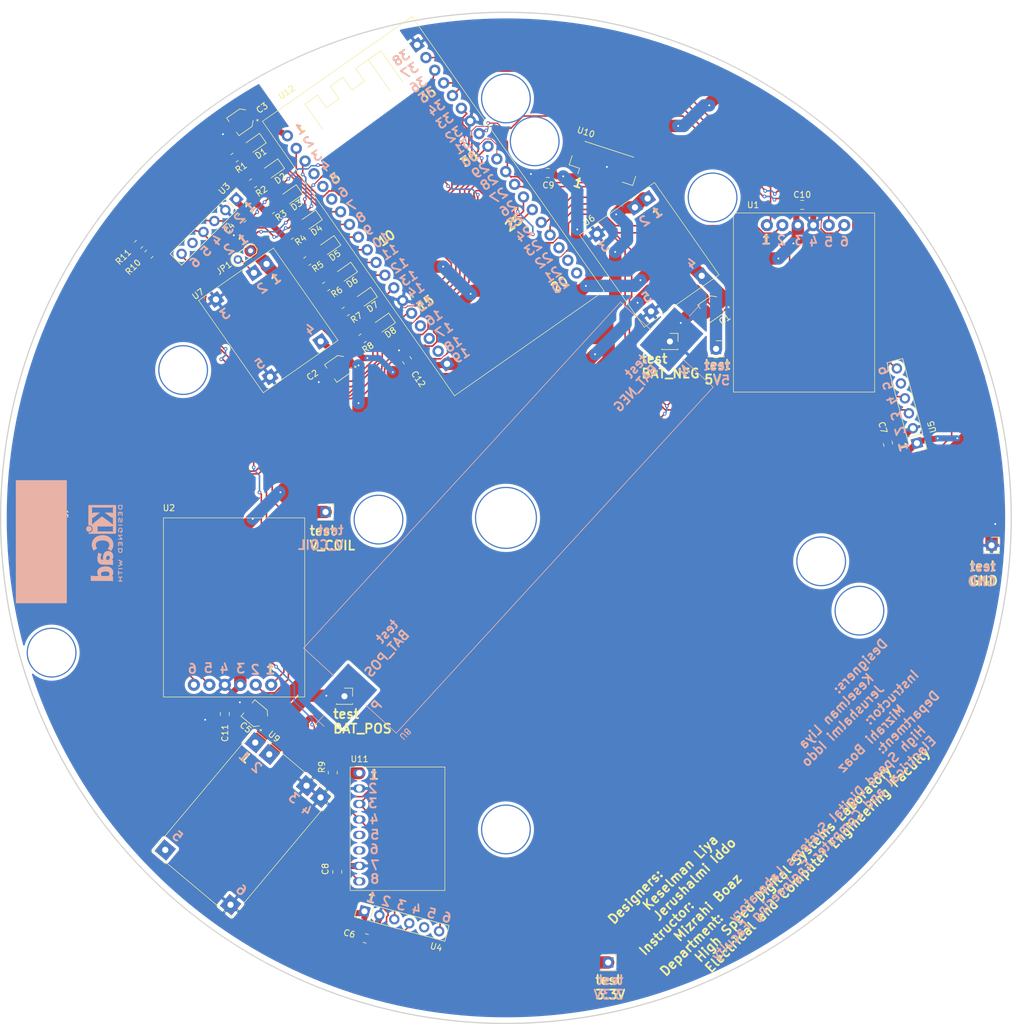
<source format=kicad_pcb>
(kicad_pcb (version 20221018) (generator pcbnew)
  (layers (0 "F.Cu" mixed) (31 "B.Cu" mixed) (34 "B.Paste" user) (35 "F.Paste" user) (36 "B.SilkS" user "B.Silkscreen") (37 "F.SilkS" user "F.Silkscreen") (38 "B.Mask" user) (39 "F.Mask" user) (44 "Edge.Cuts" user))
  (net 0 "")
  (net 1 "+3.3V")
  (net 2 "GND")
  (net 3 "/ESP_MPU_VL_SCL")
  (net 4 "/ESP_MPU_VL_SDA")
  (net 6 "/ESP_VL_C_XSHUT")
  (net 8 "/ESP_VL_B_XSHUT")
  (net 10 "/ESP_VL_A_XSHUT")
  (net 11 "+5V")
  (net 12 "/ESP_LUNA_LED8_TXD")
  (net 13 "/LUNA_ESP_RXD")
  (net 17 "/MPU_ESP_INT")
  (net 18 "/ESP_MD_B_AIB")
  (net 19 "/ESP_MD_B_AIA")
  (net 20 "+9V")
  (net 21 "/ESP_MD_B_BIB")
  (net 22 "/ESP_MD_B_BIA")
  (net 23 "/ESP_MD_A_AIB")
  (net 24 "/ESP_MD_A_AIA")
  (net 25 "/ESP_MD_A_BIB")
  (net 26 "/ESP_MD_A_BIA")
  (net 30 "/ESP_LED1")
  (net 31 "/ESP_LED2")
  (net 32 "/ESP_LED3")
  (net 33 "/ESP_LED4")
  (net 34 "/ESP_LED5")
  (net 41 "/ESP_LED6")
  (net 42 "/ESP_LED7")
  (net 43 "/CHRG_BB_IN_P")
  (net 44 "/CHRG_BAT_POS")
  (net 46 "/BB_EN")
  (net 47 "/R2_LED2")
  (net 48 "/R1_LED1")
  (net 49 "/R3_LED3")
  (net 50 "/R4_LED4")
  (net 51 "/R5_LED5")
  (net 52 "/R6_LED6")
  (net 53 "/R7_LED7")
  (net 54 "/R8_LED8")
  (footprint "Resistor_SMD:R_0805_2012Metric" (layer "F.Cu") (at 63.437476 58.886612 -145)
    (fp_text reference "R4")
    (fp_text value "330")
  )
  (footprint "projectA_footprints:MOTOR_DRIVER" (layer "F.Cu") (at 136.65 84.68 90)
    (fp_text reference "U1")
    (fp_text value "~" hide)
  )
  (footprint "Capacitor_SMD:CP_Elec_3x5.3" (layer "F.Cu") (at 55.52 40.134309 -145)
    (fp_text reference "C3")
    (fp_text value "47uF")
  )
  (footprint "Capacitor_SMD:CP_Elec_3x5.3" (layer "F.Cu") (at 71.6 80.624309 -145)
    (fp_text reference "C2")
    (fp_text value "47uF")
  )
  (footprint "MountingHole:MountingHole_3.2mm_M3" (layer "F.Cu") (at 150.728087 112.466186)
    (fp_text reference "REF**" hide)
    (fp_text value "MountingHole_3.2mm_M3" hide)
  )
  (footprint "Connector_PinSocket_2.54mm:PinSocket_1x01_P2.54mm_Vertical" (layer "F.Cu") (at 72.42 134.62)
    (fp_text reference "TP5" hide)
    (fp_text value "TestPoint_Battery_POS" hide)
  )
  (footprint "projectA_footprints:VL53L0XV2" (layer "F.Cu") (at 56.446445 53.008817 -135)
    (fp_text reference "U3")
    (fp_text value "~" hide)
  )
  (footprint "LOGO" (layer "F.Cu") (at 23.85 109.84 90)
    (fp_text reference "G***" hide)
    (fp_text value "LOGO" hide)
  )
  (footprint "Capacitor_SMD:CP_Elec_3x5.3" (layer "F.Cu") (at 57.92 137.68 140)
    (fp_text reference "C5")
    (fp_text value "47uF")
  )
  (footprint "Capacitor_SMD:C_0805_2012Metric" (layer "F.Cu") (at 82.71 79.47 -55)
    (fp_text reference "C12")
    (fp_text value "10uF")
  )
  (footprint "Diode_SMD:D_0805_2012Metric" (layer "F.Cu") (at 78.857955 73.472272 -145)
    (fp_text reference "D8")
    (fp_text value "CD4148W")
  )
  (footprint "projectA_footprints:MPU6050" (layer "F.Cu") (at 73.359941 146.189075)
    (fp_text reference "U11")
    (fp_text value "~")
  )
  (footprint "MountingHole:MountingHole_3.2mm_M3" (layer "F.Cu") (at 45.926859 81.070448)
    (fp_text reference "REF**" hide)
    (fp_text value "MountingHole_3.2mm_M3" hide)
  )
  (footprint "projectA_footprints:MOTOR_DRIVER" (layer "F.Cu") (at 65.55 105.34 -90)
    (fp_text reference "U2")
    (fp_text value "~" hide)
  )
  (footprint "MountingHole:MountingHole_3.2mm_M3" (layer "F.Cu") (at 132.887802 52.734207)
    (fp_text reference "REF**" hide)
    (fp_text value "MountingHole_3.2mm_M3" hide)
  )
  (footprint "projectA_footprints:TF_LUNA" (layer "F.Cu") (at 110.95703 42.487133 -18)
    (fp_text reference "U10")
    (fp_text value "~" hide)
  )
  (footprint "MountingHole:MountingHole_3.2mm_M3" (layer "F.Cu") (at 98.94343 36.48319)
    (fp_text reference "REF**" hide)
    (fp_text value "MountingHole_3.2mm_M3" hide)
  )
  (footprint "Resistor_SMD:R_0805_2012Metric" (layer "F.Cu") (at 57.42 50.4 -145)
    (fp_text reference "R2")
    (fp_text value "330")
  )
  (footprint "Capacitor_SMD:C_0805_2012Metric" (layer "F.Cu") (at 147.61 53.96)
    (fp_text reference "C10")
    (fp_text value "10uF")
  )
  (footprint "Connector_PinSocket_2.54mm:PinSocket_1x01_P2.54mm_Vertical" (layer "F.Cu") (at 178.71 109.85)
    (fp_text reference "TP4" hide)
    (fp_text value "TestPoint_GND" hide)
  )
  (footprint "Resistor_SMD:R_0805_2012Metric" (layer "F.Cu") (at 72.627476 71.466612 -145)
    (fp_text reference "R7")
    (fp_text value "330")
  )
  (footprint "Resistor_SMD:R_0805_2012Metric" (layer "F.Cu") (at 70.5 147.17 -90)
    (fp_text reference "R9")
    (fp_text value "3.3K")
  )
  (footprint "MountingHole:MountingHole_3.2mm_M3" (layer "F.Cu") (at 98.943347 156.486122)
    (fp_text reference "REF**" hide)
    (fp_text value "MountingHole_3.2mm_M3" hide)
  )
  (footprint "Diode_SMD:D_0805_2012Metric" (layer "F.Cu") (at 60.652416 48.146971 -145)
    (fp_text reference "D2")
    (fp_text value "CD4148W")
  )
  (footprint "Capacitor_SMD:C_0805_2012Metric" (layer "F.Cu") (at 161.7 93.18 -75)
    (fp_text reference "C7")
    (fp_text value "10uF")
  )
  (footprint "Diode_SMD:D_0805_2012Metric" (layer "F.Cu") (at 72.637955 65.122272 -145)
    (fp_text reference "D6")
    (fp_text value "CD4148W")
  )
  (footprint "Diode_SMD:D_0805_2012Metric" (layer "F.Cu") (at 57.64 43.96 -145)
    (fp_text reference "D1")
    (fp_text value "CD4148W")
  )
  (footprint "TestPoint:TestPoint_2Pads_Pitch2.54mm_Drill0.8mm" (layer "F.Cu") (at 57.000646 61.473116 -145)
    (fp_text reference "JP1")
    (fp_text value "Jumper_2_Bridged" hide)
  )
  (footprint "Capacitor_SMD:C_0805_2012Metric" (layer "F.Cu") (at 105.83 48.73)
    (fp_text reference "C9")
    (fp_text value "10uF")
  )
  (footprint "projectA_footprints:BUCK_BOOST" (layer "F.Cu") (at 61.234933 61.308278 -55)
    (fp_text reference "U7")
    (fp_text value "~" hide)
  )
  (footprint "Capacitor_SMD:C_0805_2012Metric" (layer "F.Cu") (at 71.25 163.45 -90)
    (fp_text reference "C8")
    (fp_text value "10uF")
  )
  (footprint "Capacitor_SMD:C_0805_2012Metric" (layer "F.Cu") (at 52.77 137.54 -90)
    (fp_text reference "C11")
    (fp_text value "10uF")
  )
  (footprint "Diode_SMD:D_0805_2012Metric" (layer "F.Cu") (at 63.662416 52.406971 -145)
    (fp_text reference "D3")
    (fp_text value "CD4148W")
  )
  (footprint "MountingHole:MountingHole_3.2mm_M3" (layer "F.Cu") (at 24.319333 127.464297)
    (fp_text reference "REF**" hide)
    (fp_text value "MountingHole_3.2mm_M3" hide)
  )
  (footprint "projectA_footprints:BUCK_BOOST" (layer "F.Cu") (at 123.821443 50.552938 -55)
    (fp_text reference "U6")
    (fp_text value "~" hide)
  )
  (footprint "Connector_PinSocket_2.54mm:PinSocket_1x01_P2.54mm_Vertical" (layer "F.Cu") (at 115.74 178.33)
    (fp_text reference "TP1" hide)
    (fp_text value "TestPoint_3.3V" hide)
  )
  (footprint "projectA_footprints:VL53L0XV2" (layer "F.Cu") (at 74.808648 168.3649 -15)
    (fp_text reference "U4")
    (fp_text value "~" hide)
  )
  (footprint "Diode_SMD:D_0805_2012Metric" (layer "F.Cu") (at 69.882416 60.746971 -145)
    (fp_text reference "D5")
    (fp_text value "CD4148W")
  )
  (footprint "MountingHole:MountingHole_3.2mm_M3" (layer "F.Cu") (at 103.67 43.52)
    (fp_text reference "REF**" hide)
    (fp_text value "MountingHole_3.2mm_M3" hide)
  )
  (footprint "Capacitor_SMD:C_0805_2012Metric" (layer "F.Cu") (at 75.92237 174.384122 165)
    (fp_text reference "C6")
    (fp_text value "10uF")
  )
  (footprint "Diode_SMD:D_0805_2012Metric" (layer "F.Cu") (at 75.9 69.23 -145)
    (fp_text reference "D7")
    (fp_text value "CD4148W")
  )
  (footprint "MountingHole:MountingHole_4.3mm_M4" (layer "F.Cu") (at 98.943347 105.336123)
    (fp_text reference "REF**" hide)
    (fp_text value "MountingHole_4.3mm_M4" hide)
  )
  (footprint "Resistor_SMD:R_0805_2012Metric" (layer "F.Cu") (at 66.32 63.18 -145)
    (fp_text reference "R5")
    (fp_text value "330")
  )
  (footprint "Resistor_SMD:R_0805_2012Metric" (layer "F.Cu") (at 54.37 46.19 -145)
    (fp_text reference "R1")
    (fp_text value "330")
  )
  (footprint "Capacitor_SMD:C_0805_2012Metric" (layer "F.Cu") (at 55.59 56.14 45)
    (fp_text reference "C4")
    (fp_text value "10uF")
  )
  (footprint "Resistor_SMD:R_0805_2012Metric" (layer "F.Cu") (at 40.3 62.04 45)
    (fp_text reference "R10")
    (fp_text value "3.3K")
  )
  (footprint "Resistor_SMD:R_0805_2012Metric" (layer "F.Cu") (at 38.61 60.43 45)
    (fp_text reference "R11")
    (fp_text value "3.3K")
  )
  (footprint "Diode_SMD:D_0805_2012Metric" (layer "F.Cu") (at 66.857955 56.562272 -145)
    (fp_text reference "D4")
    (fp_text value "CD4148W")
  )
  (footprint "Capacitor_SMD:CP_Elec_3x5.3" (layer "F.Cu") (at 132.9 70.824309 -145)
    (fp_text reference "C1")
    (fp_text value "47uF")
  )
  (footprint "MountingHole:MountingHole_3.2mm_M3" (layer "F.Cu") (at 78.01395 105.622408)
    (fp_text reference "REF**" hide)
    (fp_text value "MountingHole_3.2mm_M3" hide)
  )
  (footprint "Connector_PinSocket_2.54mm:PinSocket_1x01_P2.54mm_Vertical" (layer "F.Cu") (at 125.88 76.38)
    (fp_text reference "TP6" hide)
    (fp_text value "TestPoint_Battery_NEG" hide)
  )
  (footprint "Resistor_SMD:R_0805_2012Metric" (layer "F.Cu") (at 75.39 75.87 -145)
    (fp_text reference "R8")
    (fp_text value "330")
  )
  (footprint "MountingHole:MountingHole_3.2mm_M3" (layer "F.Cu") (at 157.008901 120.57334)
    (fp_text reference "REF**" hide)
    (fp_text value "MountingHole_3.2mm_M3" hide)
  )
  (footprint "projectA_footprints:CHARGE_CONTROLLER" (layer "F.Cu") (at 42.220622 161.16619 50)
    (fp_text reference "U9")
    (fp_text value "~")
  )
  (footprint "Resistor_SMD:R_0805_2012Metric" (layer "F.Cu") (at 60.33 54.68 -145)
    (fp_text reference "R3")
    (fp_text value "330")
  )
  (footprint "projectA_footprints:VL53L0XV2" (layer "F.Cu") (at 165.550958 94.630232 105)
    (fp_text reference "U5")
    (fp_text value "~" hide)
  )
  (footprint "Connector_PinSocket_2.54mm:PinSocket_1x01_P2.54mm_Vertical" (layer "F.Cu") (at 69.32 104.37)
    (fp_text reference "TP3" hide)
    (fp_text value "TestPoint_VCoil" hide)
  )
  (footprint "Connector_PinSocket_2.54mm:PinSocket_1x01_P2.54mm_Vertical" (layer "F.Cu") (at 133.455 77.585)
    (fp_text reference "TP2" hide)
    (fp_text value "TestPoint_5V" hide)
  )
  (footprint "Resistor_SMD:R_0805_2012Metric" (layer "F.Cu") (at 69.42 67.35 -145)
    (fp_text reference "R6")
    (fp_text value "330")
  )
  (footprint "projectA_footprints:ESP32" (layer "F.Cu") (at 60.722588 41.027801 35)
    (fp_text reference "U12")
    (fp_text value "~" hide)
  )
  (footprint "Symbol:KiCad-Logo2_5mm_SilkScreen" (layer "B.Cu") (at 32.97 109.5 -90)
    (fp_text reference "REF**" hide)
    (fp_text value "KiCad-Logo2_5mm_SilkScreen" hide)
  )
  (footprint "projectA_footprints:BATTERY_HOLDER" (layer "B.Cu") (at 79.938196 140.898766 47.5)
    (fp_text reference "8U")
    (fp_text value "~" hide)
  )
  (gr_circle (center 24.319333 127.464297) (end 28.319333 127.464297) (stroke (width 0.2)) (fill none) (layer "B.Cu"))
  (gr_circle (center 132.887802 52.734207) (end 136.887802 52.734207) (stroke (width 0.2)) (fill none) (layer "B.Cu"))
  (gr_circle (center 98.94343 36.48319) (end 102.94343 36.48319) (stroke (width 0.2)) (fill none) (layer "B.Cu"))
  (gr_circle (center 45.926859 81.070448) (end 49.926859 81.070448) (stroke (width 0.2)) (fill none) (layer "B.Cu"))
  (gr_circle (center 78.01395 105.622408) (end 82.01395 105.622408) (stroke (width 0.2)) (fill none) (layer "B.Cu"))
  (gr_circle (center 98.943347 156.486122) (end 102.943347 156.486122) (stroke (width 0.2)) (fill none) (layer "B.Cu"))
  (gr_circle (center 150.728087 112.466186) (end 154.728087 112.466186) (stroke (width 0.2)) (fill none) (layer "B.Cu"))
  (gr_circle (center 98.95 105.34) (end 103.95 105.34) (stroke (width 0.2)) (fill none) (layer "B.Cu"))
  (gr_circle (center 157.008901 120.57334) (end 161.008901 120.57334) (stroke (width 0.2)) (fill none) (layer "B.Cu"))
  (gr_circle (center 103.67 43.52) (end 107.67 43.52) (stroke (width 0.2)) (fill none) (layer "B.Cu"))
  (gr_rect (start 18.54 99.25) (end 26.72 119.25) (stroke (width 0.2)) (fill solid) (layer "B.SilkS"))
  (gr_circle locked (center 98.943347 105.336123) (end 181.943347 105.336123) (stroke (width 0.2)) (fill none) (layer "Edge.Cuts"))
  (gr_text "test\nBAT_POS" (at 83.42 124.52 47.5) (layer "B.SilkS") (effects (font (size 1.5 1.5) (thickness 0.3) bold) (justify left bottom mirror)))
  (gr_text "4" (at 66.31 154.64 320) (layer "B.SilkS") (effects (font (size 1.5 1.5) (thickness 0.3) bold) (justify left bottom mirror)))
  (gr_text "1" (at 78.05 148.41) (layer "B.SilkS") (effects (font (size 1.5 1.5) (thickness 0.3) bold) (justify left bottom mirror)))
  (gr_text "4" (at 78.22 155.73) (layer "B.SilkS") (effects (font (size 1.5 1.5) (thickness 0.3) bold) (justify left bottom mirror)))
  (gr_text "3" (at 56.28 130.95) (layer "B.SilkS") (effects (font (size 1.5 1.5) (thickness 0.3) bold) (justify left bottom mirror)))
  (gr_text "test\nV_COIL" (at 72.44 110.66) (layer "B.SilkS") (effects (font (size 1.5 1.5) (thickness 0.3) bold) (justify left bottom mirror)))
  (gr_text "P" (at 78.99 136.1 47.5) (layer "B.SilkS") (effects (font (size 1.5 1.5) (thickness 0.3) bold) (justify left bottom mirror)))
  (gr_text "1" (at 62.38 66.23 35) (layer "B.SilkS") (effects (font (size 1.5 1.5) (thickness 0.3) bold) (justify left bottom mirror)))
  (gr_text "N" (at 129.58 81.07 47.5) (layer "B.SilkS") (effects (font (size 1.5 1.5) (thickness 0.3) bold) (justify left bottom mirror)))
  (gr_text "test\nGND" (at 179.57 116.66) (layer "B.SilkS") (effects (font (size 1.5 1.5) (thickness 0.3) bold) (justify left bottom mirror)))
  (gr_text "1" (at 124.94 55.41 35) (layer "B.SilkS") (effects (font (size 1.5 1.5) (thickness 0.3) bold) (justify left bottom mirror)))
  (gr_text "28			  11" (at 98 50.04 35) (layer "B.SilkS") (effects (font (size 1.5 1.5) (thickness 0.3) bold) (justify left bottom mirror)))
  (gr_text "26			  13" (at 101.15 54.34 35) (layer "B.SilkS") (effects (font (size 1.5 1.5) (thickness 0.3) bold) (justify left bottom mirror)))
  (gr_text "4" (at 68.04 74.61 35) (layer "B.SilkS") (effects (font (size 1.5 1.5) (thickness 0.3) bold) (justify left bottom mirror)))
  (gr_text "1" (at 61.06 131.09) (layer "B.SilkS") (effects (font (size 1.5 1.5) (thickness 0.3) bold) (justify left bottom mirror)))
  (gr_text "25			  14" (at 102.3 56.33 35) (layer "B.SilkS") (effects (font (size 1.5 1.5) (thickness 0.3) bold) (justify left bottom mirror)))
  (gr_text "3" (at 116.32 61.01 35) (layer "B.SilkS") (effects (font (size 1.5 1.5) (thickness 0.3) bold) (justify left bottom mirror)))
  (gr_text "1" (at 56.91 59.83 35) (layer "B.SilkS") (effects (font (size 1.5 1.5) (thickness 0.3) bold) (justify left bottom mirror)))
  (gr_text "30			   9" (at 94.88 46.23 35) (layer "B.SilkS") (effects (font (size 1.5 1.5) (thickness 0.3) bold) (justify left bottom mirror)))
  (gr_text "test\n5V" (at 135.92 83.65) (layer "B.SilkS") (effects (font (size 1.5 1.5) (thickness 0.3) bold) (justify left bottom mirror)))
  (gr_text "1" (at 56.09 145.75 320) (layer "B.SilkS") (effects (font (size 1.5 1.5) (thickness 0.3) bold) (justify left bottom mirror)))
  (gr_text "35			   4" (at 87.87 35.72 35) (layer "B.SilkS") (effects (font (size 1.5 1.5) (thickness 0.3) bold) (justify left bottom mirror)))
  (gr_text "7" (at 78.35 163.26) (layer "B.SilkS") (effects (font (size 1.5 1.5) (thickness 0.3) bold) (justify left bottom mirror)))
  (gr_text "21			  18" (at 108.43 65.19 35) (layer "B.SilkS") (effects (font (size 1.5 1.5) (thickness 0.3) bold) (justify left bottom mirror)))
  (gr_text "20			  19" (at 109.72 67.03 35) (layer "B.SilkS") (effects (font (size 1.5 1.5) (thickness 0.3) bold) (justify left bottom mirror)))
  (gr_text "5" (at 78.31 158.23) (layer "B.SilkS") (effects (font (size 1.5 1.5) (thickness 0.3) bold) (justify left bottom mirror)))
  (gr_text "6" (at 48.35 130.99) (layer "B.SilkS") (effects (font (size 1.5 1.5) (thickness 0.3) bold) (justify left bottom mirror)))
  (gr_text "1 2 3 4 5 6" (at 163.68 94.66 285) (layer "B.SilkS") (effects (font (size 1.5 1.5) (thickness 0.3) bold) (justify left bottom mirror)))
  (gr_text "24			  15" (at 103.79 58.54 35) (layer "B.SilkS") (effects (font (size 1.5 1.5) (thickness 0.3) bold) (justify left bottom mirror)))
  (gr_text "2" (at 77.98 150.64) (layer "B.SilkS") (effects (font (size 1.5 1.5) (thickness 0.3) bold) (justify left bottom mirror)))
  (gr_text "2" (at 60.14 67.84 35) (layer "B.SilkS") (effects (font (size 1.5 1.5) (thickness 0.3) bold) (justify left bottom mirror)))
  (gr_text "22			  17" (at 106.98 62.87 35) (layer "B.SilkS") (effects (font (size 1.5 1.5) (thickness 0.3) bold) (justify left bottom mirror)))
  (gr_text "36			   3" (at 86.39 34.05 35) (layer "B.SilkS") (effects (font (size 1.5 1.5) (thickness 0.3) bold) (justify left bottom mirror)))
  (gr_text "6" (at 78.21 160.61) (layer "B.SilkS") (effects (font (size 1.5 1.5) (thickness 0.3) bold) (justify left bottom mirror)))
  (gr_text "4" (at 53.59 130.99) (layer "B.SilkS") (effects (font (size 1.5 1.5) (thickness 0.3) bold) (justify left bottom mirror)))
  (gr_text "1 2 3 4 5 6" (at 58.23 54.29 45) (layer "B.SilkS") (effects (font (size 1.5 1.5) (thickness 0.3) bold) (justify left bottom mirror)))
  (gr_text "2" (at 58.67 131.13) (layer "B.SilkS") (effects (font (size 1.5 1.5) (thickness 0.3) bold) (justify left bottom mirror)))
  (gr_text "6 5 4 3 2 1" (at 89.87 172.03 345) (layer "B.SilkS") (effects (font (size 1.5 1.5) (thickness 0.3) bold) (justify left bottom mirror)))
  (gr_text "Designers: \n	Keselman Liya\n	Jerushalmi Iddo \nInstructor:\n	Mizrahi Boaz\nDepartment: \n	High Speed Digital Systems Laboratory\n	Electrical and Computer Engineering Faculty\n" (at 173.94 138.02 45) (layer "B.SilkS") (effects (font (size 1.5 1.5) (thickness 0.3) bold) (justify left bottom mirror)))
  (gr_text "34			   5" (at 89.35 37.85 35) (layer "B.SilkS") (effects (font (size 1.5 1.5) (thickness 0.3) bold) (justify left bottom mirror)))
  (gr_text "4" (at 130.72 63.8 35) (layer "B.SilkS") (effects (font (size 1.5 1.5) (thickness 0.3) bold) (justify left bottom mirror)))
  (gr_text "5" (at 50.97 130.88) (layer "B.SilkS") (effects (font (size 1.5 1.5) (thickness 0.3) bold) (justify left bottom mirror)))
  (gr_text "31			   8" (at 93.66 44.12 35) (layer "B.SilkS") (effects (font (size 1.5 1.5) (thickness 0.3) bold) (justify left bottom mirror)))
  (gr_text "3" (at 148 60.7) (layer "B.SilkS") (effects (font (size 1.5 1.5) (thickness 0.3) bold) (justify left bottom mirror)))
  (gr_text "3" (at 64.23 152.6 320) (layer "B.SilkS") (effects (font (size 1.5 1.5) (thickness 0.3) bold) (justify left bottom mirror)))
  (gr_text "32			   7" (at 92.22 42.2 35) (layer "B.SilkS") (effects (font (size 1.5 1.5) (thickness 0.3) bold) (justify left bottom mirror)))
  (gr_text "8" (at 78.31 165.5) (layer "B.SilkS") (effects (font (size 1.5 1.5) (thickness 0.3) bold) (justify left bottom mirror)))
  (gr_text "37			   2" (at 84.99 31.74 35) (layer "B.SilkS") (effects (font (size 1.5 1.5) (thickness 0.3) bold) (justify left bottom mirror)))
  (gr_text "5" (at 123.3 69.32 35) (layer "B.SilkS") (effects (font (size 1.5 1.5) (thickness 0.3) bold) (justify left bottom mirror)))
  (gr_text "2" (at 58.13 147.56 320) (layer "B.SilkS") (effects (font (size 1.5 1.5) (thickness 0.3) bold) (justify left bottom mirror)))
  (gr_text "1" (at 142.51 60.55) (layer "B.SilkS") (effects (font (size 1.5 1.5) (thickness 0.3) bold) (justify left bottom mirror)))
  (gr_text "2" (at 122.94 56.81 35) (layer "B.SilkS") (effects (font (size 1.5 1.5) (thickness 0.3) bold) (justify left bottom mirror)))
  (gr_text "27			  12" (at 99.62 52.26 35) (layer "B.SilkS") (effects (font (size 1.5 1.5) (thickness 0.3) bold) (justify left bottom mirror)))
  (gr_text "5" (at 59.79 80.27 35) (layer "B.SilkS") (effects (font (size 1.5 1.5) (thickness 0.3) bold) (justify left bottom mirror)))
  (gr_text "23			  16" (at 105.25 60.84 35) (layer "B.SilkS") (effects (font (size 1.5 1.5) (thickness 0.3) bold) (justify left bottom mirror)))
  (gr_text "29			  10" (at 96.58 48.1 35) (layer "B.SilkS") (effects (font (size 1.5 1.5) (thickness 0.3) bold) (justify left bottom mirror)))
  (gr_text "4" (at 150.38 60.89) (layer "B.SilkS") (effects (font (size 1.5 1.5) (thickness 0.3) bold) (justify left bottom mirror)))
  (gr_text "2" (at 54.67 61.45 35) (layer "B.SilkS") (effects (font (size 1.5 1.5) (thickness 0.3) bold) (justify left bottom mirror)))
  (gr_text "test\nBAT_NEG" (at 124.29 80.99 47.5) (layer "B.SilkS") (effects (font (size 1.5 1.5) (thickness 0.3) bold) (justify left bottom mirror)))
  (gr_text "6" (at 155.45 60.86) (layer "B.SilkS") (effects (font (size 1.5 1.5) (thickness 0.3) bold) (justify left bottom mirror)))
  (gr_text "5" (at 152.86 60.92) (layer "B.SilkS") (effects (font (size 1.5 1.5) (thickness 0.3) bold) (justify left bottom mirror)))
  (gr_text "3" (at 77.98 153.08) (layer "B.SilkS") (effects (font (size 1.5 1.5) (thickness 0.3) bold) (justify left bottom mirror)))
  (gr_text "2" (at 145.1 60.64) (layer "B.SilkS") (effects (font (size 1.5 1.5) (thickness 0.3) bold) (justify left bottom mirror)))
  (gr_text "5" (at 45.11 158.86 320) (layer "B.SilkS") (effects (font (size 1.5 1.5) (thickness 0.3) bold) (justify left bottom mirror)))
  (gr_text "test\n3.3V" (at 118.43 184.49) (layer "B.SilkS") (effects (font (size 1.5 1.5) (thickness 0.3) bold) (justify left bottom mirror)))
  (gr_text "33			   6" (at 90.74 39.98 35) (layer "B.SilkS") (effects (font (size 1.5 1.5) (thickness 0.3) bold) (justify left bottom mirror)))
  (gr_text "6" (at 55.61 167.71 320) (layer "B.SilkS") (effects (font (size 1.5 1.5) (thickness 0.3) bold) (justify left bottom mirror)))
  (gr_text "3" (at 54.06 72.1 35) (layer "B.SilkS") (effects (font (size 1.5 1.5) (thickness 0.3) bold) (justify left bottom mirror)))
  (gr_text "38			   1" (at 83.57 29.64 35) (layer "B.SilkS") (effects (font (size 1.5 1.5) (thickness 0.3) bold) (justify left bottom mirror)))
  (gr_text "test\nV_COIL" (at 66.52 110.75) (layer "F.SilkS") (effects (font (size 1.5 1.5) (thickness 0.3) bold) (justify left bottom)))
  (gr_text "15" (at 84.89 71.77 35) (layer "F.SilkS") (effects (font (size 1.5 1.5) (thickness 0.3) bold) (justify left bottom)))
  (gr_text "1" (at 60.88 67.33 35) (layer "F.SilkS") (effects (font (size 1.5 1.5) (thickness 0.3) bold) (justify left bottom)))
  (gr_text "1" (at 75.77 168.34 345) (layer "F.SilkS") (effects (font (size 1.5 1.5) (thickness 0.3) bold) (justify left bottom)))
  (gr_text "1" (at 163.2 93.04 285) (layer "F.SilkS") (effects (font (size 1.5 1.5) (thickness 0.3) bold) (justify left bottom)))
  (gr_text "test\nGND" (at 174.96 116.56) (layer "F.SilkS") (effects (font (size 1.5 1.5) (thickness 0.3) bold) (justify left bottom)))
  (gr_text "test\nBAT_POS" (at 70.39 140.82) (layer "F.SilkS") (effects (font (size 1.5 1.5) (thickness 0.3) bold) (justify left bottom)))
  (gr_text "30" (at 92.12 48.08 35) (layer "F.SilkS") (effects (font (size 1.5 1.5) (thickness 0.3) bold) (justify left bottom)))
  (gr_text "1" (at 109.67 50.88 341) (layer "F.SilkS") (effects (font (size 1.5 1.5) (thickness 0.3) bold) (justify left bottom)))
  (gr_text "20" (at 106.93 68.65 35) (layer "F.SilkS") (effects (font (size 1.5 1.5) (thickness 0.3) bold) (justify left bottom)))
  (gr_text "1" (at 55.51 60.85 35) (layer "F.SilkS") (effects (font (size 1.5 1.5) (thickness 0.3) bold) (justify left bottom)))
  (gr_text "Designers: \n	Keselman Liya\n	Jerushalmi Iddo \nInstructor:\n	Mizrahi Boaz\nDepartment: \n	High Speed Digital Systems Laboratory\n	Electrical and Computer Engineering Faculty\n" (at 128.56 184.34 45) (layer "F.SilkS") (effects (font (size 1.5 1.5) (thickness 0.3) bold) (justify left bottom)))
  (gr_text "25" (at 99.4 58.63 35) (layer "F.SilkS") (effects (font (size 1.5 1.5) (thickness 0.3) bold) (justify left bottom)))
  (gr_text "35" (at 85.23 37.54 35) (layer "F.SilkS") (effects (font (size 1.5 1.5) (thickness 0.3) bold) (justify left bottom)))
  (gr_text "1" (at 56.83 55.45 45) (layer "F.SilkS") (effects (font (size 1.5 1.5) (thickness 0.3) bold) (justify left bottom)))
  (gr_text "test\n5V" (at 131.36 83.5) (layer "F.SilkS") (effects (font (size 1.5 1.5) (thickness 0.3) bold) (justify left bottom)))
  (gr_text "1" (at 54.98 144.83 320) (layer "F.SilkS") (effects (font (size 1.5 1.5) (thickness 0.3) bold) (justify left bottom)))
  (gr_text "1" (at 140.83 60.51) (layer "F.SilkS") (effects (font (size 1.5 1.5) (thickness 0.3) bold) (justify left bottom)))
  (gr_text "1" (at 123.54 56.46 35) (layer "F.SilkS") (effects (font (size 1.5 1.5) (thickness 0.3) bold) (justify left bottom)))
  (gr_text "5" (at 70.68 50.83 35) (layer "F.SilkS") (effects (font (size 1.5 1.5) (thickness 0.3) bold) (justify left bottom)))
  (gr_text "test\n3.3V" (at 113.46 184.48) (layer "F.SilkS") (effects (font (size 1.5 1.5) (thickness 0.3) bold) (justify left bottom)))
  (gr_text "test\nBAT_NEG" (at 121.03 82.51) (layer "F.SilkS") (effects (font (size 1.5 1.5) (thickness 0.3) bold) (justify left bottom)))
  (gr_text "10" (at 78.5 61.05 35) (layer "F.SilkS") (effects (font (size 1.5 1.5) (thickness 0.3) bold) (justify left bottom)))
  (gr_text "1" (at 76.43 148.38) (layer "F.SilkS") (effects (font (size 1.5 1.5) (thickness 0.3) bold) (justify left bottom)))
  (gr_text "1" (at 59.37 131.09) (layer "F.SilkS") (effects (font (size 1.5 1.5) (thickness 0.3) bold) (justify left bottom)))
  (gr_text "1" (at 65.03 42.67 35) (layer "F.SilkS") (effects (font (size 1.5 1.5) (thickness 0.3) bold) (justify left bottom)))
  (segment (start 176.61 82.421167) (end 176.55 82.216826) (width 2.032) (layer "F.Cu") (net 1))
  (segment (start 56.261751 55.468249) (end 56.261751 54.945443) (width 1) (layer "F.Cu") (net 1))
  (segment (start 62.69 59.41) (end 59.582524 56.302524) (width 1) (layer "F.Cu") (net 1))
  (segment (start 135.065294 35.244706) (end 134.475294 35.244706) (width 2.032) (layer "F.Cu") (net 1))
  (segment (start 68.672524 68.782524) (end 68.672524 67.873388) (width 1) (layer "F.Cu") (net 1))
  (segment (start 53.622524 48.499035) (end 53.622524 46.713388) (width 1) (layer "F.Cu") (net 1))
  (segment (start 65.63 168.62) (end 65.84 168.41) (width 2.032) (layer "F.Cu") (net 1))
  (segment (start 74.859941 147.229075) (end 73.081291 147.229075) (width 2.032) (layer "F.Cu") (net 1))
  (segment (start 176.61 90.02134) (end 176.61 82.421167) (width 2.032) (layer "F.Cu") (net 1))
  (segment (start 59.582524 55.203388) (end 58.064568 53.685432) (width 1) (layer "F.Cu") (net 1))
  (segment (start 71.492683 181.020001) (end 88.94 181.020001) (width 2.032) (layer "F.Cu") (net 1))
  (segment (start 56.672524 50.923388) (end 56.304541 51.291371) (width 1) (layer "F.Cu") (net 1))
  (segment (start 68.94 139.67062) (end 67.527714 138.258334) (width 1) (layer "F.Cu") (net 1))
  (segment (start 62.33 148.989) (end 62.33 159.800844) (width 2.032) (layer "F.Cu") (net 1))
  (segment (start 72.754356 170.2252) (end 68.389578 165.860422) (width 1) (layer "F.Cu") (net 1))
  (segment (start 75.863097 170.2252) (end 72.754356 170.2252) (width 1) (layer "F.Cu") (net 1))
  (segment (start 161.98 56.02) (end 138.55 35.4) (width 2.032) (layer "F.Cu") (net 1))
  (segment (start 37.46979 55.68) (end 37.46979 60.58026) (width 1) (layer "F.Cu") (net 1))
  (segment (start 119.642193 45.025695) (end 119.634305 45.025695) (width 2.032) (layer "F.Cu") (net 1))
  (segment (start 169.33 97.3) (end 172.97 93.66) (width 2.032) (layer "F.Cu") (net 1))
  (segment (start 56.672524 50.923388) (end 56.046877 50.923388) (width 1) (layer "F.Cu") (net 1))
  (segment (start 117.09 47.57) (end 117.09 48.685989) (width 1) (layer "F.Cu") (net 1))
  (segment (start 60.074008 40.964008) (end 60.08 40.97) (width 1) (layer "F.Cu") (net 1))
  (segment (start 69.789578 165.860422) (end 71.25 164.4) (width 1) (layer "F.Cu") (net 1))
  (segment (start 59.582524 56.302524) (end 59.582524 55.203388) (width 1) (layer "F.Cu") (net 1))
  (segment (start 123.677888 40.99) (end 119.642193 45.025695) (width 2.032) (layer "F.Cu") (net 1))
  (segment (start 70.445819 146.203319) (end 70.5 146.2575) (width 2.032) (layer "F.Cu") (net 1))
  (segment (start 53.622524 44.090212) (end 56.748728 40.964008) (width 1) (layer "F.Cu") (net 1))
  (segment (start 67.527714 138.258334) (end 66.661666 138.258334) (width 1) (layer "F.Cu") (net 1))
  (segment (start 56.672524 52.293388) (end 56.672524 50.923388) (width 1) (layer "F.Cu") (net 1))
  (segment (start 127.24 40.99) (end 123.677888 40.99) (width 2.032) (layer "F.Cu") (net 1))
  (segment (start 172.97134 93.66) (end 176.61 90.02134) (width 2.032) (layer "F.Cu") (net 1))
  (segment (start 34.48 125.84679) (end 34.48 58.66979) (width 2.032) (layer "F.Cu") (net 1))
  (segment (start 65.63 175.12) (end 65.63 168.62) (width 2.032) (layer "F.Cu") (net 1))
  (segment (start 161.945878 94.09763) (end 165.324073 94.09763) (width 1) (layer "F.Cu") (net 1))
  (segment (start 71.492683 180.982683) (end 71.492683 181.020001) (width 2.032) (layer "F.Cu") (net 1))
  (segment (start 161.98 67.646826) (end 161.98 56.02) (width 2.032) (layer "F.Cu") (net 1))
  (segment (start 34.48 58.66979) (end 37.46979 55.68) (width 2.032) (layer "F.Cu") (net 1))
  (segment (start 58.064568 53.685432) (end 56.672524 52.293388) (width 1) (layer "F.Cu") (net 1))
  (segment (start 105.13 149.22) (end 105.13 164.830001) (width 2.032) (layer "F.Cu") (net 1))
  (segment (start 56.748728 40.846207) (end 56.689827 40.905108) (width 1) (layer "F.Cu") (net 1))
  (segment (start 65.585 145.734) (end 62.33 148.989) (width 2.032) (layer "F.Cu") (net 1))
  (segment (start 73.081291 147.229075) (end 71.69776 145.845544) (width 2.032) (layer "F.Cu") (net 1))
  (segment (start 37.46979 60.58026) (end 37.964765 61.075235) (width 1) (layer "F.Cu") (net 1))
  (segment (start 53.622524 46.713388) (end 53.638231 46.729095) (width 1) (layer "F.Cu") (net 1))
  (segment (start 56.748728 39.273944) (end 56.748728 40.846207) (width 1) (layer "F.Cu") (net 1))
  (segment (start 56.748728 40.964008) (end 60.074008 40.964008) (width 1) (layer "F.Cu") (net 1))
  (segment (start 68.672524 67.873388) (end 65.572524 64.773388) (width 1) (layer "F.Cu") (net 1))
  (segment (start 88.94 181.020001) (end 105.13 181.020001) (width 2.032) (layer "F.Cu") (net 1))
  (segment (start 172.97 93.66) (end 172.97134 93.66) (width 2.032) (layer "F.Cu") (net 1))
  (segment (start 165.324073 94.09763) (end 166.6348 92.786903) (width 1) (layer "F.Cu") (net 1))
  (segment (start 37.46979 55.68) (end 37.46979 53.40021) (width 2.032) (layer "F.Cu") (net 1))
  (segment (start 68.389578 165.860422) (end 69.789578 165.860422) (width 1) (layer "F.Cu") (net 1))
  (segment (start 57.62221 148.989) (end 62.33 148.989) (width 2.032) (layer "F.Cu") (net 1))
  (segment (start 53.622524 46.713388) (end 53.622524 44.090212) (width 1) (layer "F.Cu") (net 1))
  (segment (start 74.642524 76.393388) (end 71.88 73.630864) (width 1) (layer "F.Cu") (net 1))
  (segment (start 71.88 71.99) (end 68.672524 68.782524) (width 1) (layer "F.Cu") (net 1))
  (segment (start 62.69 60.820864) (end 62.69 59.41) (width 1) (layer "F.Cu") (net 1))
  (segment (start 176.55 82.216826) (end 161.98 67.646826) (width 2.032) (layer "F.Cu") (net 1))
  (segment (start 105.13 149.22) (end 157.05 97.3) (width 2.032) (layer "F.Cu") (net 1))
  (segment (start 105.13 164.830001) (end 88.94 181.020001) (width 2.032) (layer "F.Cu") (net 1))
  (segment (start 71.88 73.630864) (end 71.88 71.99) (width 1) (layer "F.Cu") (net 1))
  (segment (start 166.6348 92.786903) (end 169.86 92.28) (width 1) (layer "F.Cu") (net 1))
  (segment (start 44.156612 46.713388) (end 53.622524 46.713388) (width 2.032) (layer "F.Cu") (net 1))
  (segment (start 116.30118 49.474809) (end 116.30118 49.743729) (width 1) (layer "F.Cu") (net 1))
  (segment (start 105.13 181.020001) (end 107.820001 178.33) (width 2.032) (layer "F.Cu") (net 1))
  (segment (start 70.445819 141.185819) (end 70.445819 146.203319) (width 2.032) (layer "F.Cu") (net 1))
  (segment (start 117.09 48.685989) (end 116.30118 49.474809) (width 1) (layer "F.Cu") (net 1))
  (segment (start 39.594371 62.685235) (end 37.862524 60.953388) (width 1) (layer "F.Cu") (net 1))
  (segment (start 37.46979 53.40021) (end 44.156612 46.713388) (width 2.032) (layer "F.Cu") (net 1))
  (segment (start 56.748728 39.273944) (end 57.355996 38.666676) (width 1) (layer "F.Cu") (net 1))
  (segment (start 56.046877 50.923388) (end 53.622524 48.499035) (width 1) (layer "F.Cu") (net 1))
  (segment (start 71.25 164.4) (end 71.109287 164.540713) (width 1) (layer "F.Cu") (net 1))
  (segment (start 70.56 146.1975) (end 70.5 146.2575) (width 1) (layer "F.Cu") (net 1))
  (segment (start 60.08 40.97) (end 63.04451 42.600403) (width 1) (layer "F.Cu") (net 1))
  (segment (start 56.261751 54.945443) (end 54.308154 52.991846) (width 1) (layer "F.Cu") (net 1))
  (segment (start 138.55 35.4) (end 135.065294 35.244706) (width 2.032) (layer "F.Cu") (net 1))
  (segment (start 68.94 139.68) (end 70.445819 141.185819) (width 2.032) (layer "F.Cu") (net 1))
  (segment (start 65.63 175.12) (end 71.492683 180.982683) (width 2.032) (layer "F.Cu") (net 1))
  (segment (start 119.634305 45.025695) (end 117.09 47.57) (width 2.032) (layer "F.Cu") (net 1))
  (segment (start 107.820001 178.33) (end 115.74 178.33) (width 2.032) (layer "F.Cu") (net 1))
  (segment (start 62.33 159.800844) (end 68.389578 165.860422) (width 2.032) (layer "F.Cu") (net 1))
  (segment (start 71.69776 145.845544) (end 70.585184 145.845544) (width 2.032) (layer "F.Cu") (net 1))
  (segment (start 68.94 139.68) (end 68.94 139.67062) (width 1) (layer "F.Cu") (net 1))
  (segment (start 75.00474 174.138244) (end 75.863097 170.2252) (width 1) (layer "F.Cu") (net 1))
  (segment (start 68.389578 165.860422) (end 65.84 168.41) (width 2.032) (layer "F.Cu") (net 1))
  (segment (start 39.654765 62.685235) (end 39.594371 62.685235) (width 1) (layer "F.Cu") (net 1))
  (segment (start 66.661666 138.258334) (end 65.585 139.335) (width 1) (layer "F.Cu") (net 1))
  (segment (start 157.05 97.3) (end 169.33 97.3) (width 2.032) (layer "F.Cu") (net 1))
  (segment (start 58.044568 53.685432) (end 58.064568 53.685432) (width 1) (layer "F.Cu") (net 1))
  (segment (start 65.572524 64.773388) (end 65.572524 63.703388) (width 1) (layer "F.Cu") (net 1))
  (segment (start 56.261751 55.468249) (end 58.044568 53.685432) (width 1) (layer "F.Cu") (net 1))
  (segment (start 65.572524 63.703388) (end 62.69 60.820864) (width 1) (layer "F.Cu") (net 1))
  (segment (start 134.475294 35.244706) (end 132.48 37.24) (width 2.032) (layer "F.Cu") (net 1))
  (segment (start 57.62221 148.989) (end 34.48 125.84679) (width 2.032) (layer "F.Cu") (net 1))
  (segment (start 65.585 139.335) (end 65.585 145.734) (width 2.032) (layer "F.Cu") (net 1))
  (via (at 132.34 37.62) (size 0.6) (drill 0.3) (layers "F.Cu" "B.Cu") (net 1))
  (via (at 173.09 92.28) (size 0.6) (drill 0.3) (layers "F.Cu" "B.Cu") (net 1))
  (via (at 169.86 92.28) (size 0.6) (drill 0.3) (layers "F.Cu" "B.Cu") (net 1))
  (via (at 127.24 40.99) (size 0.6) (drill 0.3) (layers "F.Cu" "B.Cu") (net 1))
  (arc (start 70.56 145.784745) (mid 70.566545 145.817649) (end 70.585184 145.845544) (width 1) (layer "F.Cu") (net 1))
  (segment (start 127.24 40.99) (end 128.15 40.99) (width 2.032) (layer "B.Cu") (net 1))
  (segment (start 128.15 40.99) (end 131.52 37.62) (width 2.032) (layer "B.Cu") (net 1))
  (segment (start 131.52 37.62) (end 132.34 37.62) (width 2.032) (layer "B.Cu") (net 1))
  (segment (start 169.86 92.28) (end 173.09 92.28) (width 1) (layer "B.Cu") (net 1))
  (segment (start 115.112359 48.137641) (end 115.53 47.72) (width 0.254) (layer "F.Cu") (net 2))
  (segment (start 55.430902 57.324404) (end 55.430902 57.778325) (width 1) (layer "F.Cu") (net 2))
  (segment (start 149.43 54.83) (end 149.43 57.28) (width 1) (layer "F.Cu") (net 2))
  (segment (start 164.048481 92.26237) (end 165.9774 90.333451) (width 1) (layer "F.Cu") (net 2))
  (segment (start 49.55 138.49) (end 49.54 138.48) (width 1) (layer "F.Cu") (net 2))
  (segment (start 70.371272 81.484674) (end 68.2 83.05) (width 2.032) (layer "F.Cu") (net 2))
  (segment (start 54.25 58.94) (end 54.25 58.959227) (width 1) (layer "F.Cu") (net 2))
  (segment (start 115.112359 49.357458) (end 115.112359 48.137641) (width 0.254) (layer "F.Cu") (net 2))
  (segment (start 56.338819 136.715819) (end 55.243 135.62) (width 2.032) (layer "F.Cu") (net 2))
  (segment (start 161.454122 92.26237) (end 164.048481 92.26237) (width 1) (layer "F.Cu") (net 2))
  (segment (start 104.88 48.73) (end 103.23 48.73) (width 1) (layer "F.Cu") (net 2))
  (segment (start 54.269227 58.94) (end 54.25 58.94) (width 1) (layer "F.Cu") (net 2))
  (segment (start 52.77 138.49) (end 49.55 138.49) (width 1) (layer "F.Cu") (net 2))
  (segment (start 55.430902 57.324404) (end 54.918249 56.811751) (width 1) (layer "F.Cu") (net 2))
  (segment (start 103.23 48.73) (end 103.08 48.88) (width 1) (layer "F.Cu") (net 2))
  (segment (start 56.770933 136.715819) (end 56.338819 136.715819) (width 2.032) (layer "F.Cu") (net 2))
  (segment (start 68.2 83.05) (end 68.26 82.98) (width 2.032) (layer "F.Cu") (net 2))
  (segment (start 125.88 75.109348) (end 127.654674 73.334674) (width 2.032) (layer "F.Cu") (net 2))
  (segment (start 82.165102 78.615102) (end 81.39 77.84) (width 1) (layer "F.Cu") (net 2))
  (segment (start 129.304674 71.684674) (end 131.671272 71.684674) (width 2.032) (layer "F.Cu") (net 2))
  (segment (start 82.165102 78.691806) (end 82.165102 78.615102) (width 1) (layer "F.Cu") (net 2))
  (segment (start 52.46 42.35) (end 52.46 42.33) (width 2.032) (layer "F.Cu") (net 2))
  (segment (start 103.05 48.88) (end 103.05 48.91) (width 1) (layer "F.Cu") (net 2))
  (segment (start 54.996752 138.49) (end 52.77 138.49) (width 1) (layer "F.Cu") (net 2))
  (segment (start 54.291272 40.994674) (end 52.46 42.35) (width 2.032) (layer "F.Cu") (net 2))
  (segment (start 127.654674 73.334674) (end 129.304674 71.684674) (width 2.032) (layer "F.Cu") (net 2))
  (segment (start 178.71 109.85) (end 178.71 106.96) (width 2.032) (layer "F.Cu") (net 2))
  (segment (start 56.770933 136.715819) (end 54.996752 138.49) (width 1) (layer "F.Cu") (net 2))
  (segment (start 71.25 162.5) (end 74.829016 162.5) (width 1) (layer "F.Cu") (net 2))
  (segment (start 125.88 76.38) (end 125.88 75.109348) (width 2.032) (layer "F.Cu") (net 2))
  (segment (start 103.08 48.88) (end 103.05 48.88) (width 1) (layer "F.Cu") (net 2))
  (segment (start 103.05 48.91) (end 103.08 48.88) (width 1) (layer "F.Cu") (net 2))
  (segment (start 55.430902 57.778325) (end 54.269227 58.94) (width 1) (layer "F.Cu") (net 2))
  (segment (start 74.829016 162.5) (end 74.859941 162.469075) (width 1) (layer "F.Cu") (net 2))
  (segment (start 178.71 106.96) (end 179.32 106.35) (width 2.032) (layer "F.Cu") (net 2))
  (segment (start 149.43 54.83) (end 148.56 53.96) (width 2.032) (layer "F.Cu") (net 2))
  (segment (start 76.84 174.63) (end 78.233804 170.8826) (width 1) (layer "F.Cu") (net 2))
  (segment (start 54.25 58.959227) (end 54.229613 58.979614) (width 1) (layer "F.Cu") (net 2))
  (via (at 54.25 58.94) (size 0.6) (drill 0.3) (layers "F.Cu" "B.Cu") (net 2))
  (via (at 55.243 135.62) (size 0.6) (drill 0.3) (layers "F.Cu" "B.Cu") (net 2))
  (via (at 127.654674 73.334674) (size 0.6) (drill 0.3) (layers "F.Cu" "B.Cu") (net 2))
  (via (at 103.05 48.88) (size 0.6) (drill 0.3) (layers "F.Cu" "B.Cu") (net 2))
  (via (at 115.53 47.72) (size 0.6) (drill 0.3) (layers "F.Cu" "B.Cu") (net 2))
  (via (at 179.32 106.35) (size 0.6) (drill 0.3) (layers "F.Cu" "B.Cu") (net 2))
  (via (at 68.2 83.05) (size 0.6) (drill 0.3) (layers "F.Cu" "B.Cu") (net 2))
  (via (at 49.54 138.48) (size 0.6) (drill 0.3) (layers "F.Cu" "B.Cu") (net 2))
  (via (at 81.39 77.84) (size 0.6) (drill 0.3) (layers "F.Cu" "B.Cu") (net 2))
  (via (at 52.46 42.35) (size 0.6) (drill 0.3) (layers "F.Cu" "B.Cu") (net 2))
  (segment (start 63.150359 49.659641) (end 63.202053 49.659641) (width 0.254) (layer "F.Cu") (net 3))
  (segment (start 55.341147 55.717201) (end 54.525045 55.717201) (width 0.254) (layer "F.Cu") (net 3))
  (segment (start 165.05 87.61) (end 130.93 87.61) (width 0.254) (layer "F.Cu") (net 3))
  (segment (start 93.693 51.977) (end 93.693 52.539712) (width 0.254) (layer "F.Cu") (net 3))
  (segment (start 127.45 99.719016) (end 127.45 91.09) (width 0.254) (layer "F.Cu") (net 3))
  (segment (start 92.13 42.24) (end 86.62 36.73) (width 0.254) (layer "F.Cu") (net 3))
  (segment (start 39.255235 59.784765) (end 43.07 56.03) (width 0.254) (layer "F.Cu") (net 3))
  (segment (start 112.96 55.49) (end 118.52 61.05) (width 0.254) (layer "F.Cu") (net 3))
  (segment (start 101.77 58.79) (end 94.59 51.61) (width 0.254) (layer "F.Cu") (net 3))
  (segment (start 86.62 36.73) (end 86.62 34.89) (width 0.254) (layer "F.Cu") (net 3))
  (segment (start 80.66 171.43) (end 80.66 158.09) (width 0.254) (layer "F.Cu") (net 3))
  (segment (start 108.63 61.81) (end 107.94 62.5) (width 0.127) (layer "F.Cu") (net 3))
  (segment (start 95.88 62.26) (end 106.3 62.26) (width 0.254) (layer "F.Cu") (net 3))
  (segment (start 94.59 51.61) (end 94.06 51.61) (width 0.254) (layer "F.Cu") (net 3))
  (segment (start 56.186745 56.562799) (end 55.341147 55.717201) (width 0.254) (layer "F.Cu") (net 3))
  (segment (start 58.12 55.097754) (end 58.12 55.11) (width 0.254) (layer "F.Cu") (net 3))
  (segment (start 100.87 55.06) (end 100.87 54.07) (width 0.254) (layer "F.Cu") (net 3))
  (segment (start 93.81 52.656712) (end 93.81 60.19) (width 0.254) (layer "F.Cu") (net 3))
  (segment (start 94.06 51.61) (end 93.693 51.977) (width 0.254) (layer "F.Cu") (net 3))
  (segment (start 58.12 55.097754) (end 56.654955 56.562799) (width 0.254) (layer "F.Cu") (net 3))
  (segment (start 106.54 62.5) (end 106.84 62.5) (width 0.254) (layer "F.Cu") (net 3))
  (segment (start 130.93 87.61) (end 130.926452 87.613548) (width 0.254) (layer "F.Cu") (net 3))
  (segment (start 123.63 86.116712) (end 125.126836 87.613548) (width 0.254) (layer "F.Cu") (net 3))
  (segment (start 108.90461 61.53539) (end 109.22 61.22) (width 0.254) (layer "F.Cu") (net 3))
  (segment (start 53.658297 56.583949) (end 50.716052 56.583949) (width 0.254) (layer "F.Cu") (net 3))
  (segment (start 93.693 52.539712) (end 93.81 52.656712) (width 0.254) (layer "F.Cu") (net 3))
  (segment (start 107.94 62.5) (end 106.84 62.5) (width 0.127) (layer "F.Cu") (net 3))
  (segment (start 43.07 56.03) (end 50.716052 56.583949) (width 0.254) (layer "F.Cu") (net 3))
  (segment (start 165.32 87.88) (end 165.05 87.61) (width 0.254) (layer "F.Cu") (net 3))
  (segment (start 118.52 77.53) (end 123.63 82.64) (width 0.254) (layer "F.Cu") (net 3))
  (segment (start 80.66 158.09) (end 74.879075 152.309075) (width 0.254) (layer "F.Cu") (net 3))
  (segment (start 54.525045 55.717201) (end 53.658297 56.583949) (width 0.254) (layer "F.Cu") (net 3))
  (segment (start 106.3 62.26) (end 106.54 62.5) (width 0.254) (layer "F.Cu") (net 3))
  (segment (start 109.22 56.98) (end 110.71 55.49) (width 0.254) (layer "F.Cu") (net 3))
  (segment (start 88.157523 47.432477) (end 92.13 43.46) (width 0.254) (layer "F.Cu") (net 3))
  (segment (start 80.77 171.54) (end 80.66 171.43) (width 0.254) (layer "F.Cu") (net 3))
  (segment (start 123.63 82.64) (end 123.63 86.116712) (width 0.254) (layer "F.Cu") (net 3))
  (segment (start 103.36 58.79) (end 101.77 58.79) (width 0.254) (layer "F.Cu") (net 3))
  (segment (start 74.879075 152.309075) (end 74.859941 152.309075) (width 0.254) (layer "F.Cu") (net 3))
  (segment (start 86.62 34.89) (end 87.256232 31.848708) (width 0.254) (layer "F.Cu") (net 3))
  (segment (start 92.13 43.46) (end 92.13 42.24) (width 0.254) (layer "F.Cu") (net 3))
  (segment (start 68.09 47.432477) (end 88.157523 47.432477) (width 0.254) (layer "F.Cu") (net 3))
  (segment (start 108.90461 61.53539) (end 108.63 61.81) (width 0.127) (layer "F.Cu") (net 3))
  (segment (start 109.22 61.22) (end 109.22 56.98) (width 0.254) (layer "F.Cu") (net 3))
  (segment (start 125.126836 87.613548) (end 130.926452 87.613548) (width 0.254) (layer "F.Cu") (net 3))
  (segment (start 110.71 55.49) (end 112.96 55.49) (width 0.254) (layer "F.Cu") (net 3))
  (segment (start 100.87 54.07) (end 94.96 48.16) (width 0.254) (layer "F.Cu") (net 3))
  (segment (start 94.96 48.16) (end 94.96 46.29) (width 0.254) (layer "F.Cu") (net 3))
  (segment (start 59.301322 53.508678) (end 63.150359 49.659641) (width 0.254) (layer "F.Cu") (net 3))
  (segment (start 118.52 61.05) (end 118.52 77.53) (width 0.254) (layer "F.Cu") (net 3))
  (segment (start 58.12 55.11) (end 58.097814 55.132186) (width 0.254) (layer "F.Cu") (net 3))
  (segment (start 93.81 60.19) (end 95.88 62.26) (width 0.254) (layer "F.Cu") (net 3))
  (segment (start 74.859941 152.309075) (end 127.45 99.719016) (width 0.254) (layer "F.Cu") (net 3))
  (segment (start 56.654955 56.562799) (end 56.186745 56.562799) (width 0.254) (layer "F.Cu") (net 3))
  (segment (start 127.45 91.09) (end 130.926452 87.613548) (width 0.254) (layer "F.Cu") (net 3))
  (via (at 63.202053 49.659641) (size 0.6) (drill 0.3) (layers "F.Cu" "B.Cu") (net 3))
  (via (at 103.36 58.79) (size 0.6) (drill 0.3) (layers "F.Cu" "B.Cu") (net 3))
  (via (at 92.13 43.46) (size 0.6) (drill 0.3) (layers "F.Cu" "B.Cu") (net 3))
  (via (at 58.097814 55.132186) (size 0.6) (drill 0.3) (layers "F.Cu" "B.Cu") (net 3))
  (via (at 94.96 46.29) (size 0.6) (drill 0.3) (layers "F.Cu" "B.Cu") (net 3))
  (via (at 59.301322 53.508678) (size 0.6) (drill 0.3) (layers "F.Cu" "B.Cu") (net 3))
  (via (at 68.09 47.432477) (size 0.6) (drill 0.3) (layers "F.Cu" "B.Cu") (net 3))
  (via (at 100.87 55.06) (size 0.6) (drill 0.3) (layers "F.Cu" "B.Cu") (net 3))
  (segment (start 103.36 58.79) (end 103.36 57.553734) (width 0.254) (layer "B.Cu") (net 3))
  (segment (start 66.436908 48.05) (end 66.966908 47.52) (width 0.178) (layer "B.Cu") (net 3))
  (segment (start 68.09 47.432477) (end 68.002477 47.52) (width 0.254) (layer "B.Cu") (net 3))
  (segment (start 58.097814 54.712186) (end 59.301322 53.508678) (width 0.254) (layer "B.Cu") (net 3))
  (segment (start 64.811694 48.05) (end 66.37 48.05) (width 0.254) (layer "B.Cu") (net 3))
  (segment (start 66.37 48.05) (end 66.436908 48.05) (width 0.178) (layer "B.Cu") (net 3))
  (segment (start 103.357358 57.547356) (end 100.87 55.06) (width 0.254) (layer "B.Cu") (net 3))
  (segment (start 63.202053 49.659641) (end 64.811694 48.05) (width 0.254) (layer "B.Cu") (net 3))
  (segment (start 68.002477 47.52) (end 66.966908 47.52) (width 0.254) (layer "B.Cu") (net 3))
  (segment (start 94.96 46.29) (end 92.13 43.46) (width 0.254) (layer "B.Cu") (net 3))
  (segment (start 58.097814 55.132186) (end 58.097814 54.712186) (width 0.254) (layer "B.Cu") (net 3))
  (arc (start 103.36 57.553734) (mid 103.359313 57.550282) (end 103.357358 57.547356) (width 0.254) (layer "B.Cu") (net 3))
  (segment (start 72.86 152.03) (end 73.78 151.11) (width 0.254) (layer "F.Cu") (net 4))
  (segment (start 65.51 55.6) (end 65.61 55.6) (width 0.254) (layer "F.Cu") (net 4))
  (segment (start 56 59.68) (end 57.950246 57.729754) (width 0.254) (layer "F.Cu") (net 4))
  (segment (start 79.195753 172.148768) (end 79.337125 172.007396) (width 0.254) (layer "F.Cu") (net 4))
  (segment (start 124.64 86.24) (end 124.64 82.43) (width 0.254) (layer "F.Cu") (net 4))
  (segment (start 63.77429 57.266016) (end 63.843984 57.266016) (width 0.254) (layer "F.Cu") (net 4))
  (segment (start 88.50466 49.74) (end 88.21 49.44534) (width 0.254) (layer "F.Cu") (net 4))
  (segment (start 63.843984 57.266016) (end 65.51 55.6) (width 0.254) (layer "F.Cu") (net 4))
  (segment (start 63.267303 57.773003) (end 63.77429 57.266016) (width 0.254) (layer "F.Cu") (net 4))
  (segment (start 125.37 86.97) (end 124.64 86.24) (width 0.254) (layer "F.Cu") (net 4))
  (segment (start 92.85 44.38) (end 92.85 41.708121) (width 0.254) (layer "F.Cu") (net 4))
  (segment (start 50.346614 59.806614) (end 55.873386 59.806614) (width 0.254) (layer "F.Cu") (net 4))
  (segment (start 94.32 53.48) (end 94.32 52.28) (width 0.254) (layer "F.Cu") (net 4))
  (segment (start 79.58232 170.176719) (end 79.58232 170.601854) (width 0.254) (layer "F.Cu") (net 4))
  (segment (start 48.92 58.38) (end 50.346614 59.806614) (width 0.254) (layer "F.Cu") (net 4))
  (segment (start 79.337125 172.007396) (end 79.337125 170.847049) (width 0.254) (layer "F.Cu") (net 4))
  (segment (start 55.873386 59.806614) (end 56 59.68) (width 0.254) (layer "F.Cu") (net 4))
  (segment (start 74.859941 154.849075) (end 72.86 152.849134) (width 0.254) (layer "F.Cu") (net 4))
  (segment (start 92.510351 38.974114) (end 91.626884 38.090647) (width 0.254) (layer "F.Cu") (net 4))
  (segment (start 77.05 157.039134) (end 74.859941 154.849075) (width 0.254) (layer "F.Cu") (net 4))
  (segment (start 112.86 54.7) (end 110.15 54.7) (width 0.254) (layer "F.Cu") (net 4))
  (segment (start 91.831768 40.689889) (end 91.831768 39.652697) (width 0.254) (layer "F.Cu") (net 4))
  (segment (start 68.532219 49.49222) (end 67.311483 50.712956) (width 0.178) (layer "F.Cu") (net 4))
  (segment (start 80.03 173.46) (end 79.195753 172.625753) (width 0.254) (layer "F.Cu") (net 4))
  (segment (start 108.45 58.33) (end 108.45 58.409769) (width 0.178) (layer "F.Cu") (net 4))
  (segment (start 88.21 49.02) (end 92.85 44.38) (width 0.254) (layer "F.Cu") (net 4))
  (segment (start 76.66 148.25) (end 123.405258 101.504742) (width 0.254) (layer "F.Cu") (net 4))
  (segment (start 92.85 41.708121) (end 91.831768 40.689889) (width 0.254) (layer "F.Cu") (net 4))
  (segment (start 60.89 59.21) (end 60.88 59.21) (width 0.254) (layer "F.Cu") (net 4))
  (segment (start 106.689769 60.17) (end 101.01 60.17) (width 0.254) (layer "F.Cu") (net 4))
  (segment (start 69.474438 48.55) (end 70.45 48.55) (width 0.254) (layer "F.Cu") (net 4))
  (segment (start 119.227 69.463712) (end 119.6 69.090712) (width 0.254) (layer "F.Cu") (net 4))
  (segment (start 88.21 49.44534) (end 88.21 49.02) (width 0.254) (layer "F.Cu") (net 4))
  (segment (start 108.45 56.4) (end 108.45 58.33) (width 0.254) (layer "F.Cu") (net 4))
  (segment (start 76.66 149.86) (end 76.66 148.25) (width 0.254) (layer "F.Cu") (net 4))
  (segment (start 72.86 152.849134) (end 72.86 152.03) (width 0.254) (layer "F.Cu") (net 4))
  (segment (start 119.227 77.017) (end 119.227 69.463712) (width 0.254) (layer "F.Cu") (net 4))
  (segment (start 110.15 54.7) (end 108.45 56.4) (width 0.254) (layer "F.Cu") (net 4))
  (segment (start 164.662599 85.426548) (end 126.913452 85.426548) (width 0.254) (layer "F.Cu") (net 4))
  (segment (start 68.532219 49.492219) (end 69.474438 48.55) (width 0.254) (layer "F.Cu") (net 4))
  (segment (start 40.945235 61.394765) (end 44.82 57.6) (width 0.254) (layer "F.Cu") (net 4))
  (segment (start 91.831768 39.652697) (end 92.510351 38.974114) (width 0.254) (layer "F.Cu") (net 4))
  (segment (start 83.223451 172.197401) (end 81.960852 173.46) (width 0.254) (layer "F.Cu") (net 4))
  (segment (start 65.61 55.6) (end 67 54.21) (width 0.254) (layer "F.Cu") (net 4))
  (segment (start 124.64 82.43) (end 119.227 77.017) (width 0.254) (layer "F.Cu") (net 4))
  (segment (start 57.950246 57.729754) (end 59.409754 57.729754) (width 0.254) (layer "F.Cu") (net 4))
  (segment (start 68.532219 49.492219) (end 68.532219 49.49222) (width 0.178) (layer "F.Cu") (net 4))
  (segment (start 123.83 101.07) (end 123.83 89.428394) (width 0.254) (layer "F.Cu") (net 4))
  (segment (start 77.05 167.681532) (end 77.087133 167.681532) (width 0.254) (layer "F.Cu") (net 4))
  (segment (start 77.05 167.681532) (end 77.05 157.039134) (width 0.254) (layer "F.Cu") (net 4))
  (segment (start 81.960852 173.46) (end 80.03 173.46) (width 0.254) (layer "F.Cu") (net 4))
  (segment (start 70.45 48.55) (end 71.64 49.74) (width 0.254) (layer "F.Cu") (net 4))
  (segment (start 73.78 151.11) (end 75.41 151.11) (width 0.254) (layer "F.Cu") (net 4))
  (segment (start 119.6 61.44) (end 112.86 54.7) (width 0.254) (layer "F.Cu") (net 4))
  (segment (start 79.195753 172.625753) (end 79.195753 172.148768) (width 0.254) (layer "F.Cu") (net 4))
  (segment (start 77.087133 167.681532) (end 79.58232 170.176719) (width 0.254) (layer "F.Cu") (net 4))
  (segment (start 119.6 69.090712) (end 119.6 61.44) (width 0.254) (layer "F.Cu") (net 4))
  (segment (start 88.50466 49.74) (end 89.302355 50.537694) (width 0.254) (layer "F.Cu") (net 4))
  (segment (start 126.913452 85.426548) (end 125.37 86.97) (width 0.254) (layer "F.Cu") (net 4))
  (segment (start 44.82 57.6) (end 48.92 58.38) (width 0.254) (layer "F.Cu") (net 4))
  (segment (start 123.83 89.428394) (end 125.018833 88.239561) (width 0.254) (layer "F.Cu") (net 4))
  (segment (start 123.405258 101.494742) (end 123.83 101.07) (width 0.254) (layer "F.Cu") (net 4))
  (segment (start 101.01 60.17) (end 94.32 53.48) (width 0.254) (layer "F.Cu") (net 4))
  (segment (start 75.41 151.11) (end 76.66 149.86) (width 0.254) (layer "F.Cu") (net 4))
  (segment (start 123.405258 101.504742) (end 123.405258 101.494742) (width 0.254) (layer "F.Cu") (net 4))
  (segment (start 67 54.21) (end 67 54.14) (width 0.254) (layer "F.Cu") (net 4))
  (segment (start 79.337125 170.847049) (end 79.58232 170.601854) (width 0.254) (layer "F.Cu") (net 4))
  (segment (start 62.773003 57.773003) (end 63.267303 57.773003) (width 0.254) (layer "F.Cu") (net 4))
  (segment (start 59.409754 57.729754) (end 60.89 59.21) (width 0.254) (layer "F.Cu") (net 4))
  (segment (start 108.45 58.409769) (end 106.689769 60.17) (width 0.178) (layer "F.Cu") (net 4))
  (segment (start 71.64 49.74) (end 88.50466 49.74) (width 0.254) (layer "F.Cu") (net 4))
  (via (at 89.44 50.87) (size 0.6) (drill 0.3) (layers "F.Cu" "B.Cu") (net 4))
  (via (at 94.32 52.28) (size 0.6) (drill 0.3) (layers "F.Cu" "B.Cu") (net 4))
  (via (at 62.773003 57.773003) (size 0.6) (drill 0.3) (layers "F.Cu" "B.Cu") (net 4))
  (via (at 125.018833 88.239561) (size 0.6) (drill 0.3) (layers "F.Cu" "B.Cu") (net 4))
  (via (at 67 54.14) (size 0.6) (drill 0.3) (layers "F.Cu" "B.Cu") (net 4))
  (via (at 125.37 86.97) (size 0.6) (drill 0.3) (layers "F.Cu" "B.Cu") (net 4))
  (via (at 67.311483 50.712956) (size 0.6) (drill 0.3) (layers "F.Cu" "B.Cu") (net 4))
  (via (at 60.88 59.21) (size 0.6) (drill 0.3) (layers "F.Cu" "B.Cu") (net 4))
  (arc (start 89.302355 50.537694) (mid 89.404227 50.690158) (end 89.44 50.87) (width 0.254) (layer "F.Cu") (net 4))
  (segment (start 125.37 86.97) (end 125.37 87.391769) (width 0.254) (layer "B.Cu") (net 4))
  (segment (start 67 54.14) (end 67 51.024439) (width 0.254) (layer "B.Cu") (net 4))
  (segment (start 60.88 59.21) (end 61.336006 59.21) (width 0.254) (layer "B.Cu") (net 4))
  (segment (start 67 51.024439) (end 67.311483 50.712956) (width 0.254) (layer "B.Cu") (net 4))
  (segment (start 90.534406 51.377508) (end 89.894963 51.322781) (width 0.254) (layer "B.Cu") (net 4))
  (segment (start 94.32 52.28) (end 93.417508 51.377508) (width 0.254) (layer "B.Cu") (net 4))
  (segment (start 89.44 50.87) (end 89.894963 51.322781) (width 0.254) (layer "B.Cu") (net 4))
  (segment (start 61.336006 59.21) (end 62.773003 57.773003) (width 0.254) (layer "B.Cu") (net 4))
  (segment (start 93.417508 51.377508) (end 90.534406 51.377508) (width 0.254) (layer "B.Cu") (net 4))
  (arc (start 125.37 87.391769) (mid 125.278734 87.85059) (end 125.018833 88.239561) (width 0.254) (layer "B.Cu") (net 4))
  (segment (start 162.636033 80.446033) (end 163.352799 80.446033) (width 0.254) (layer "F.Cu") (net 6))
  (segment (start 142.83 59.4) (end 145.53 62.1) (width 0.254) (layer "F.Cu") (net 6))
  (segment (start 140.57 59.4) (end 142.83 59.4) (width 0.254) (layer "F.Cu") (net 6))
  (segment (start 112.592052 53.79) (end 117.342052 58.54) (width 0.254) (layer "F.Cu") (net 6))
  (segment (start 106.200726 57.419274) (end 109.83 53.79) (width 0.254) (layer "F.Cu") (net 6))
  (segment (start 145.53 63.34) (end 162.636033 80.446033) (width 0.254) (layer "F.Cu") (net 6))
  (segment (start 117.342052 58.54) (end 139.71 58.54) (width 0.254) (layer "F.Cu") (net 6))
  (segment (start 106.200726 58.823496) (end 106.200726 57.419274) (width 0.254) (layer "F.Cu") (net 6))
  (segment (start 109.83 53.79) (end 112.592052 53.79) (width 0.254) (layer "F.Cu") (net 6))
  (segment (start 145.53 62.1) (end 145.53 63.34) (width 0.254) (layer "F.Cu") (net 6))
  (segment (start 139.71 58.54) (end 140.57 59.4) (width 0.254) (layer "F.Cu") (net 6))
  (segment (start 155.95 53.75) (end 151.31 49.11) (width 0.254) (layer "F.Cu") (net 8))
  (segment (start 122.598062 29.768062) (end 85.799348 29.768062) (width 0.254) (layer "F.Cu") (net 8))
  (segment (start 88.130355 161.199557) (end 83.677451 156.746653) (width 0.254) (layer "F.Cu") (net 8))
  (segment (start 172.16 91.91) (end 172.16 86.947947) (width 0.254) (layer "F.Cu") (net 8))
  (segment (start 141.94 49.11) (end 122.598062 29.768062) (width 0.254) (layer "F.Cu") (net 8))
  (segment (start 169.892548 84.972548) (end 164.179389 79.259389) (width 0.254) (layer "F.Cu") (net 8))
  (segment (start 163.379389 79.259389) (end 155.95 71.83) (width 0.254) (layer "F.Cu") (net 8))
  (segment (start 155.95 71.83) (end 155.95 53.75) (width 0.254) (layer "F.Cu") (net 8))
  (segment (start 83.677451 145.572549) (end 133.765591 95.484409) (width 0.254) (layer "F.Cu") (net 8))
  (segment (start 164.179389 79.259389) (end 163.379389 79.259389) (width 0.254) (layer "F.Cu") (net 8))
  (segment (start 88.130355 173.512201) (end 88.130355 161.199557) (width 0.254) (layer "F.Cu") (net 8))
  (segment (start 133.765591 95.484409) (end 168.585591 95.484409) (width 0.254) (layer "F.Cu") (net 8))
  (segment (start 151.31 49.11) (end 141.94 49.11) (width 0.254) (layer "F.Cu") (net 8))
  (segment (start 172.16 86.947947) (end 170.1846 84.972548) (width 0.254) (layer "F.Cu") (net 8))
  (segment (start 168.585591 95.484409) (end 172.16 91.91) (width 0.254) (layer "F.Cu") (net 8))
  (segment (start 170.1846 84.972548) (end 169.892548 84.972548) (width 0.254) (layer "F.Cu") (net 8))
  (segment (start 83.677451 156.746653) (end 83.677451 145.572549) (width 0.254) (layer "F.Cu") (net 8))
  (segment (start 82.73055 71.72945) (end 77.1 77.36) (width 0.254) (layer "F.Cu") (net 10))
  (segment (start 73.629555 82.9) (end 71.03 82.9) (width 0.254) (layer "F.Cu") (net 10))
  (segment (start 54.447264 80.027265) (end 48.04 73.620001) (width 0.254) (layer "F.Cu") (net 10))
  (segment (start 71.03 82.9) (end 69.49829 84.43171) (width 0.254) (layer "F.Cu") (net 10))
  (segment (start 67.580981 84.43171) (end 63.176536 80.027265) (width 0.254) (layer "F.Cu") (net 10))
  (segment (start 63.176536 80.027265) (end 54.447264 80.027265) (width 0.254) (layer "F.Cu") (net 10))
  (segment (start 69.49829 84.43171) (end 67.580981 84.43171) (width 0.254) (layer "F.Cu") (net 10))
  (segment (start 83.440888 71.72945) (end 82.73055 71.72945) (width 0.254) (layer "F.Cu") (net 10))
  (segment (start 77.1 77.36) (end 77.1 79.429555) (width 0.254) (layer "F.Cu") (net 10))
  (segment (start 48.04 64.684205) (end 45.327898 61.972103) (width 0.254) (layer "F.Cu") (net 10))
  (segment (start 48.04 73.620001) (end 48.04 64.684205) (width 0.254) (layer "F.Cu") (net 10))
  (segment (start 77.1 79.429555) (end 73.629555 82.9) (width 0.254) (layer "F.Cu") (net 10))
  (segment (start 108.36 49.27) (end 110.474541 49.27) (width 1) (layer "F.Cu") (net 11))
  (segment (start 72.31173 52.331731) (end 74.11 54.13) (width 0.254) (layer "F.Cu") (net 11))
  (segment (start 110.66 57.99) (end 110.66 60.01) (width 2.032) (layer "F.Cu") (net 11))
  (segment (start 74.11 54.13) (end 84.07 64.09) (width 2.032) (layer "F.Cu") (net 11))
  (segment (start 129.20185 63.69) (end 131.10651 65.59466) (width 2.032) (layer "F.Cu") (net 11))
  (segment (start 93.14 68.56) (end 93.67 68.03) (width 1) (layer "F.Cu") (net 11))
  (segment (start 110.474541 49.27) (end 111.545897 48.198644) (width 1) (layer "F.Cu") (net 11))
  (segment (start 71.531752 52.331751) (end 72.31173 52.331731) (width 0.254) (layer "F.Cu") (net 11))
  (segment (start 71.531752 52.331751) (end 70.860002 51.66) (width 0.254) (layer "F.Cu") (net 11))
  (segment (start 110.66 60.01) (end 113.97 63.32) (width 2.032) (layer "F.Cu") (net 11))
  (segment (start 134.128728 69.963944) (end 134.128728 68.616878) (width 2.032) (layer "F.Cu") (net 11))
  (segment (start 123.66 63.69) (end 129.20185 63.69) (width 2.032) (layer "F.Cu") (net 11))
  (segment (start 84.07 64.09) (end 88.63 64.09) (width 2.032) (layer "F.Cu") (net 11))
  (segment (start 113.97 65.360001) (end 112.078145 67.251856) (width 2.032) (layer "F.Cu") (net 11))
  (segment (start 89.072265 80.248194) (end 89.268425 80.052034) (width 1) (layer "F.Cu") (net 11))
  (segment (start 93.67 68.03) (end 111.300001 68.03) (width 2.032) (layer "F.Cu") (net 11))
  (segment (start 64.501394 48.788873) (end 68.356261 52.64374) (width 0.254) (layer "F.Cu") (net 11))
  (segment (start 91.657966 70.042034) (end 93.14 68.56) (width 2.032) (layer "F.Cu") (net 11))
  (segment (start 91.657966 80.052034) (end 91.657966 70.042034) (width 2.032) (layer "F.Cu") (net 11))
  (segment (start 69.574693 51.995307) (end 69.91 51.66) (width 0.254) (layer "F.Cu") (net 11))
  (segment (start 113.97 63.32) (end 113.97 65.360001) (width 2.032) (layer "F.Cu") (net 11))
  (segment (start 134.128728 68.616878) (end 131.10651 65.59466) (width 2.032) (layer "F.Cu") (net 11))
  (segment (start 69.91 51.66) (end 70.860002 51.66) (width 0.254) (layer "F.Cu") (net 11))
  (segment (start 64.501394 44.681049) (end 64.501394 48.788873) (width 0.254) (layer "F.Cu") (net 11))
  (segment (start 107.32 49.27) (end 106.78 48.73) (width 1) (layer "F.Cu") (net 11))
  (segment (start 83.254898 80.248194) (end 89.072265 80.248194) (width 1) (layer "F.Cu") (net 11))
  (segment (start 108.36 49.27) (end 107.32 49.27) (width 1) (layer "F.Cu") (net 11))
  (segment (start 68.918229 52.64374) (end 69.560985 52.000985) (width 0.254) (layer "F.Cu") (net 11))
  (segment (start 89.268425 80.052034) (end 91.657966 80.052034) (width 2.032) (layer "F.Cu") (net 11))
  (segment (start 68.356261 52.64374) (end 68.918229 52.64374) (width 0.254) (layer "F.Cu") (net 11))
  (segment (start 121.035 66.315) (end 123.66 63.69) (width 2.032) (layer "F.Cu") (net 11))
  (segment (start 111.300001 68.03) (end 112.078145 67.251856) (width 2.032) (layer "F.Cu") (net 11))
  (via (at 88.63 64.09) (size 0.6) (drill 0.3) (layers "F.Cu" "B.Cu") (net 11))
  (via (at 110.66 57.99) (size 0.6) (drill 0.3) (layers "F.Cu" "B.Cu") (net 11))
  (via (at 108.36 49.27) (size 0.6) (drill 0.3) (layers "F.Cu" "B.Cu") (net 11))
  (via (at 121.035 66.315) (size 0.6) (drill 0.3) (layers "F.Cu" "B.Cu") (net 11))
  (via (at 112.078145 67.251856) (size 0.6) (drill 0.3) (layers "F.Cu" "B.Cu") (net 11))
  (via (at 93.14 68.56) (size 0.6) (drill 0.3) (layers "F.Cu" "B.Cu") (net 11))
  (arc (start 69.560985 52.000985) (mid 69.568404 51.999509) (end 69.574693 51.995307) (width 0.254) (layer "F.Cu") (net 11))
  (segment (start 112.078145 67.251856) (end 120.098144 67.251856) (width 2.032) (layer "B.Cu") (net 11))
  (segment (start 93.14 68.6) (end 93.14 68.56) (width 2.032) (layer "B.Cu") (net 11))
  (segment (start 133.455 67.94315) (end 131.10651 65.59466) (width 2.032) (layer "B.Cu") (net 11))
  (segment (start 120.098144 67.251856) (end 121.035 66.315) (width 2.032) (layer "B.Cu") (net 11))
  (segment (start 93.1 68.56) (end 88.63 64.09) (width 2.032) (layer "B.Cu") (net 11))
  (segment (start 110.66 51.57) (end 108.36 49.27) (width 2.032) (layer "B.Cu") (net 11))
  (segment (start 93.18 68.62) (end 93.16 68.62) (width 2.032) (layer "B.Cu") (net 11))
  (segment (start 110.66 57.99) (end 110.66 51.57) (width 2.032) (layer "B.Cu") (net 11))
  (segment (start 93.14 68.56) (end 93.1 68.56) (width 2.032) (layer "B.Cu") (net 11))
  (segment (start 93.16 68.62) (end 93.14 68.6) (width 2.032) (layer "B.Cu") (net 11))
  (segment (start 133.455 77.585) (end 133.455 67.94315) (width 2.032) (layer "B.Cu") (net 11))
  (segment (start 95.776608 41.092346) (end 96.662346 41.092346) (width 0.127) (layer "F.Cu") (net 12))
  (segment (start 99.18 48.225182) (end 98.911305 48.493877) (width 0.254) (layer "F.Cu") (net 12))
  (segment (start 94.048359 41.063439) (end 95.747701 41.063439) (width 0.127) (layer "F.Cu") (net 12))
  (segment (start 90.067 51.130948) (end 88.89 52.307948) (width 0.254) (layer "F.Cu") (net 12))
  (segment (start 112.734718 48.584915) (end 112.734718 49.835806) (width 0.254) (layer "F.Cu") (net 12))
  (segment (start 84.04 70.54) (end 83.934131 70.54) (width 0.127) (layer "F.Cu") (net 12))
  (segment (start 93.334326 41.777472) (end 94.048359 41.063439) (width 0.127) (layer "F.Cu") (net 12))
  (segment (start 84.14 70.54) (end 84.04 70.54) (width 0.254) (layer "F.Cu") (net 12))
  (segment (start 88.89 52.307948) (end 88.89 62.450711) (width 0.254) (layer "F.Cu") (net 12))
  (segment (start 93.334326 42.67) (end 93.334326 41.777472) (width 0.127) (layer "F.Cu") (net 12))
  (segment (start 79.62591 72.934544) (end 81.659651 70.900803) (width 0.254) (layer "F.Cu") (net 12))
  (segment (start 99.849593 49.322524) (end 99.794772 49.377344) (width 0.254) (layer "F.Cu") (net 12))
  (segment (start 99.794772 49.377344) (end 98.911305 48.493877) (width 0.254) (layer "F.Cu") (net 12))
  (segment (start 83.934131 70.54) (end 83.933181 70.54095) (width 0.127) (layer "F.Cu") (net 12))
  (segment (start 100.886785 49.322524) (end 99.849593 49.322524) (width 0.254) (layer "F.Cu") (net 12))
  (segment (start 96.662346 41.092346) (end 99.18 43.61) (width 0.254) (layer "F.Cu") (net 12))
  (segment (start 99.18 43.61) (end 99.18 44.41) (width 0.254) (layer "F.Cu") (net 12))
  (segment (start 99.18 44.41) (end 99.18 48.225182) (width 0.254) (layer "F.Cu") (net 12))
  (segment (start 82.476297 70.837303) (end 81.723151 70.837303) (width 0.127) (layer "F.Cu") (net 12))
  (segment (start 81.659651 70.900803) (end 81.723151 70.900803) (width 0.254) (layer "F.Cu") (net 12))
  (segment (start 82.77265 70.54095) (end 82.476297 70.837303) (width 0.127) (layer "F.Cu") (net 12))
  (segment (start 112.734718 49.835806) (end 112.270524 50.3) (width 0.254) (layer "F.Cu") (net 12))
  (segment (start 101.864261 50.3) (end 100.886785 49.322524) (width 0.254) (layer "F.Cu") (net 12))
  (segment (start 93.334326 45.552386) (end 90.067 48.819712) (width 0.254) (layer "F.Cu") (net 12))
  (segment (start 112.270524 50.3) (end 101.864261 50.3) (width 0.254) (layer "F.Cu") (net 12))
  (segment (start 90.067 48.819712) (end 90.067 51.130948) (width 0.254) (layer "F.Cu") (net 12))
  (segment (start 88.89 62.450711) (end 89.973 63.533711) (width 0.254) (layer "F.Cu") (net 12))
  (segment (start 93.334326 42.67) (end 93.334326 45.552386) (width 0.254) (layer "F.Cu") (net 12))
  (segment (start 89.973 64.707) (end 84.14 70.54) (width 0.254) (layer "F.Cu") (net 12))
  (segment (start 95.747701 41.063439) (end 95.776608 41.092346) (width 0.127) (layer "F.Cu") (net 12))
  (segment (start 89.973 63.533711) (end 89.973 64.707) (width 0.254) (layer "F.Cu") (net 12))
  (segment (start 83.933181 70.54095) (end 82.77265 70.54095) (width 0.127) (layer "F.Cu") (net 12))
  (segment (start 100.753665 50.96) (end 100.368189 50.574524) (width 0.254) (layer "F.Cu") (net 13))
  (segment (start 113.923538 48.971187) (end 113.923538 49.497603) (width 0.254) (layer "F.Cu") (net 13))
  (segment (start 113.923538 49.497603) (end 112.461141 50.96) (width 0.254) (layer "F.Cu") (net 13))
  (segment (start 112.461141 50.96) (end 100.753665 50.96) (width 0.254) (layer "F.Cu") (net 13))
  (segment (start 67.47 147.547777) (end 67.47 139.614834) (width 0.254) (layer "F.Cu") (net 17))
  (segment (start 50.197948 60.5) (end 56.074473 60.5) (width 0.254) (layer "F.Cu") (net 17))
  (segment (start 49.587252 74.5252) (end 49.587252 69.099656) (width 0.254) (layer "F.Cu") (net 17))
  (segment (start 57.51511 97.04) (end 57.51511 84.379214) (width 0.254) (layer "F.Cu") (net 17))
  (segment (start 49.67 69.016908) (end 49.67 61.027948) (width 0.254) (layer "F.Cu") (net 17))
  (segment (start 49.587252 69.099656) (end 49.67 69.016908) (width 0.254) (layer "F.Cu") (net 17))
  (segment (start 69.73 163.15) (end 69.73 162.07) (width 0.254) (layer "F.Cu") (net 17))
  (segment (start 71.073 160.727) (end 71.073 148.6555) (width 0.254) (layer "F.Cu") (net 17))
  (segment (start 56.074473 60.5) (end 58.217719 58.356754) (width 0.254) (layer "F.Cu") (net 17))
  (segment (start 49.67 61.027948) (end 50.197948 60.5) (width 0.254) (layer "F.Cu") (net 17))
  (segment (start 69.73 162.07) (end 71.073 160.727) (width 0.254) (layer "F.Cu") (net 17))
  (segment (start 68.004723 148.0825) (end 67.47 147.547777) (width 0.254) (layer "F.Cu") (net 17))
  (segment (start 52.649049 77.586997) (end 49.587252 74.5252) (width 0.254) (layer "F.Cu") (net 17))
  (segment (start 65.56 47.159974) (end 65.958279 46.761695) (width 0.254) (layer "F.Cu") (net 17))
  (segment (start 65.56 48.95) (end 65.56 47.159974) (width 0.254) (layer "F.Cu") (net 17))
  (segment (start 74.859941 165.009075) (end 73.263151 163.412285) (width 0.254) (layer "F.Cu") (net 17))
  (segment (start 65.905179 53.004821) (end 65.905179 53.754821) (width 0.254) (layer "F.Cu") (net 17))
  (segment (start 67.47 139.614834) (end 67.1135 139.258334) (width 0.254) (layer "F.Cu") (net 17))
  (segment (start 52.307948 79.172052) (end 52.185971 79.294029) (width 0.254) (layer "F.Cu") (net 17))
  (segment (start 57.51511 84.379214) (end 52.307948 79.172052) (width 0.254) (layer "F.Cu") (net 17))
  (segment (start 73.263151 163.412285) (end 69.992285 163.412285) (width 0.254) (layer "F.Cu") (net 17))
  (segment (start 70.5 148.0825) (end 68.004723 148.0825) (width 0.254) (layer "F.Cu") (net 17))
  (segment (start 58.768803 101.465303) (end 58.4635 101.16) (width 0.254) (layer "F.Cu") (net 17))
  (segment (start 69.992285 163.412285) (end 69.73 163.15) (width 0.254) (layer "F.Cu") (net 17))
  (segment (start 52.893003 77.586997) (end 52.649049 77.586997) (width 0.254) (layer "F.Cu") (net 17))
  (segment (start 58.217719 58.356754) (end 58.723246 58.356754) (width 0.254) (layer "F.Cu") (net 17))
  (segment (start 61.2 129.77) (end 58.768803 127.338803) (width 0.254) (layer "F.Cu") (net 17))
  (segment (start 65.905179 53.754821) (end 62.79 56.87) (width 0.254) (layer "F.Cu") (net 17))
  (segment (start 71.073 148.6555) (end 70.5 148.0825) (width 0.254) (layer "F.Cu") (net 17))
  (segment (start 58.768803 127.338803) (end 58.768803 101.465303) (width 0.254) (layer "F.Cu") (net 17))
  (via (at 65.56 48.95) (size 0.6) (drill 0.3) (layers "F.Cu" "B.Cu") (net 17))
  (via (at 58.4635 101.16) (size 0.6) (drill 0.3) (layers "F.Cu" "B.Cu") (net 17))
  (via (at 61.2 129.77) (size 0.6) (drill 0.3) (layers "F.Cu" "B.Cu") (net 17))
  (via (at 58.723246 58.356754) (size 0.6) (drill 0.3) (layers "F.Cu" "B.Cu") (net 17))
  (via (at 52.893003 77.586997) (size 0.6) (drill 0.3) (layers "F.Cu" "B.Cu") (net 17))
  (via (at 52.185971 79.294029) (size 0.6) (drill 0.3) (layers "F.Cu" "B.Cu") (net 17))
  (via (at 67.1135 139.258334) (size 0.6) (drill 0.3) (layers "F.Cu" "B.Cu") (net 17))
  (via (at 65.905179 53.004821) (size 0.6) (drill 0.3) (layers "F.Cu" "B.Cu") (net 17))
  (via (at 57.51511 97.04) (size 0.6) (drill 0.3) (layers "F.Cu" "B.Cu") (net 17))
  (via (at 62.79 56.87) (size 0.6) (drill 0.3) (layers "F.Cu" "B.Cu") (net 17))
  (segment (start 66.07 52.84) (end 66.07 49.46) (width 0.254) (layer "B.Cu") (net 17))
  (segment (start 65.905179 53.004821) (end 66.07 52.84) (width 0.254) (layer "B.Cu") (net 17))
  (segment (start 61.303246 58.356754) (end 62.146003 57.513997) (width 0.254) (layer "B.Cu") (net 17))
  (segment (start 58.4635 98.3835) (end 58.4635 101.16) (width 0.254) (layer "B.Cu") (net 17))
  (segment (start 62.146003 57.513997) (end 62.79 56.87) (width 0.254) (layer "B.Cu") (net 17))
  (segment (start 57.51511 97.04) (end 57.51511 97.43511) (width 0.254) (layer "B.Cu") (net 17))
  (segment (start 52.893003 78.586997) (end 52.185971 79.294029) (width 0.254) (layer "B.Cu") (net 17))
  (segment (start 64.19 135.46) (end 67.1135 138.3835) (width 0.254) (layer "B.Cu") (net 17))
  (segment (start 57.51511 97.43511) (end 58.4635 98.3835) (width 0.254) (layer "B.Cu") (net 17))
  (segment (start 64.19 132.76) (end 64.19 135.46) (width 0.254) (layer "B.Cu") (net 17))
  (segment (start 67.1135 138.3835) (end 67.1135 139.258334) (width 0.254) (layer "B.Cu") (net 17))
  (segment (start 61.2 129.77) (end 64.19 132.76) (width 0.254) (layer "B.Cu") (net 17))
  (segment (start 52.893003 77.586997) (end 52.893003 78.586997) (width 0.254) (layer "B.Cu") (net 17))
  (segment (start 58.723246 58.356754) (end 61.303246 58.356754) (width 0.254) (layer "B.Cu") (net 17))
  (segment (start 66.07 49.46) (end 65.56 48.95) (width 0.254) (layer "B.Cu") (net 17))
  (segment (start 80.274895 78.715105) (end 80.274895 77.590975) (width 0.254) (layer "F.Cu") (net 18))
  (segment (start 78.563 80.429052) (end 78.751 80.241052) (width 0.254) (layer "F.Cu") (net 18))
  (segment (start 78.751 80.241052) (end 78.751 80.239) (width 0.254) (layer "F.Cu") (net 18))
  (segment (start 87.606657 75.372146) (end 87.06 74.825489) (width 0.254) (layer "F.Cu") (net 18))
  (segment (start 93.88 49.72) (end 95.35 49.72) (width 0.254) (layer "F.Cu") (net 18))
  (segment (start 86.869591 77.142742) (end 87.106167 76.906167) (width 0.254) (layer "F.Cu") (net 18))
  (segment (start 85.832742 77.142742) (end 86.869591 77.142742) (width 0.254) (layer "F.Cu") (net 18))
  (segment (start 100.243 55.319712) (end 100.610288 55.687) (width 0.254) (layer "F.Cu") (net 18))
  (segment (start 59.61 126.26) (end 59.61 97.74) (width 0.254) (layer "F.Cu") (net 18))
  (segment (start 72.044 85.306) (end 73.382659 85.306) (width 0.254) (layer "F.Cu") (net 18))
  (segment (start 100.243 54.613) (end 100.243 55.319712) (width 0.254) (layer "F.Cu") (net 18))
  (segment (start 62.47 130.66) (end 62.47 129.12) (width 0.254) (layer "F.Cu") (net 18))
  (segment (start 87.107997 76.907998) (end 87.606657 76.409338) (width 0.254) (layer "F.Cu") (net 18))
  (segment (start 87.06 72.39) (end 89.344 70.106) (width 0.254) (layer "F.Cu") (net 18))
  (segment (start 100.610288 55.687) (end 101.129712 55.687) (width 0.254) (layer "F.Cu") (net 18))
  (segment (start 60.39 132.74) (end 62.47 130.66) (width 0.254) (layer "F.Cu") (net 18))
  (segment (start 80.274895 77.590975) (end 80.85287 77.013) (width 0.254) (layer "F.Cu") (net 18))
  (segment (start 92.15 66.25) (end 92.15 51.45) (width 0.254) (layer "F.Cu") (net 18))
  (segment (start 87.606657 76.409338) (end 87.606657 75.372146) (width 0.254) (layer "F.Cu") (net 18))
  (segment (start 89.344 70.106) (end 89.344 69.056) (width 0.254) (layer "F.Cu") (net 18))
  (segment (start 78.563 80.867) (end 78.563 80.429052) (width 0.254) (layer "F.Cu") (net 18))
  (segment (start 62.47 129.12) (end 59.61 126.26) (width 0.254) (layer "F.Cu") (net 18))
  (segment (start 89.344 69.056) (end 92.15 66.25) (width 0.254) (layer "F.Cu") (net 18))
  (segment (start 73.985659 84.703) (end 74.727 84.703) (width 0.254) (layer "F.Cu") (net 18))
  (segment (start 87.06 74.825489) (end 87.06 72.39) (width 0.254) (layer "F.Cu") (net 18))
  (segment (start 101.129712 55.687) (end 101.825073 54.991639) (width 0.254) (layer "F.Cu") (net 18))
  (segment (start 85.703 77.013) (end 85.832742 77.142742) (width 0.254) (layer "F.Cu") (net 18))
  (segment (start 78.751 80.239) (end 80.274895 78.715105) (width 0.254) (layer "F.Cu") (net 18))
  (segment (start 59.61 97.74) (end 72.044 85.306) (width 0.254) (layer "F.Cu") (net 18))
  (segment (start 92.15 51.45) (end 93.88 49.72) (width 0.254) (layer "F.Cu") (net 18))
  (segment (start 74.727 84.703) (end 78.563 80.867) (width 0.254) (layer "F.Cu") (net 18))
  (segment (start 80.85287 77.013) (end 85.703 77.013) (width 0.254) (layer "F.Cu") (net 18))
  (segment (start 101.825073 54.991639) (end 101.825073 52.65517) (width 0.254) (layer "F.Cu") (net 18))
  (segment (start 73.382659 85.306) (end 73.985659 84.703) (width 0.254) (layer "F.Cu") (net 18))
  (segment (start 95.35 49.72) (end 100.243 54.613) (width 0.254) (layer "F.Cu") (net 18))
  (segment (start 100.281 56.141) (end 94.91 50.77) (width 0.254) (layer "F.Cu") (net 19))
  (segment (start 79.017 80.853712) (end 80.123644 79.747068) (width 0.254) (layer "F.Cu") (net 19))
  (segment (start 88.910966 78.709034) (end 88.790751 78.709034) (width 0.127) (layer "F.Cu") (net 19))
  (segment (start 74.173711 85.157) (end 75.543 85.157) (width 0.254) (layer "F.Cu") (net 19))
  (segment (start 63.21 105.13) (end 60.557 102.477) (width 0.254) (layer "F.Cu") (net 19))
  (segment (start 59.177 134.067) (end 60.939662 134.067) (width 0.254) (layer "F.Cu") (net 19))
  (segment (start 89.798 77.822) (end 89.18324 78.43676) (width 0.254) (layer "F.Cu") (net 19))
  (segment (start 79.017 81.683) (end 79.017 80.853712) (width 0.254) (layer "F.Cu") (net 19))
  (segment (start 60.557 102.477) (end 60.557 98.179788) (width 0.254) (layer "F.Cu") (net 19))
  (segment (start 101.876773 56.141) (end 100.281 56.141) (width 0.254) (layer "F.Cu") (net 19))
  (segment (start 75.543 85.157) (end 79.017 81.683) (width 0.254) (layer "F.Cu") (net 19))
  (segment (start 57.85 132.74) (end 59.177 134.067) (width 0.254) (layer "F.Cu") (net 19))
  (segment (start 88.276398 79.223388) (end 88.197782 79.223388) (width 0.127) (layer "F.Cu") (net 19))
  (segment (start 60.939662 134.067) (end 63.21 131.796662) (width 0.254) (layer "F.Cu") (net 19))
  (segment (start 89.18324 78.43676) (end 88.910966 78.709034) (width 0.127) (layer "F.Cu") (net 19))
  (segment (start 88.790751 78.709034) (end 88.276398 79.223388) (width 0.127) (layer "F.Cu") (net 19))
  (segment (start 72.976788 85.76) (end 73.570711 85.76) (width 0.254) (layer "F.Cu") (net 19))
  (segment (start 80.123644 79.747068) (end 82.391349 79.747068) (width 0.254) (layer "F.Cu") (net 19))
  (segment (start 92.876 66.634) (end 89.798 69.712) (width 0.254) (layer "F.Cu") (net 19))
  (segment (start 94.91 50.77) (end 93.79 50.77) (width 0.254) (layer "F.Cu") (net 19))
  (segment (start 82.391349 79.747068) (end 82.945485 79.192932) (width 0.254) (layer "F.Cu") (net 19))
  (segment (start 60.557 98.179788) (end 72.976788 85.76) (width 0.254) (layer "F.Cu") (net 19))
  (segment (start 63.21 131.796662) (end 63.21 105.13) (width 0.254) (layer "F.Cu") (net 19))
  (segment (start 82.945485 79.192932) (end 87.262489 79.192932) (width 0.254) (layer "F.Cu") (net 19))
  (segment (start 87.292945 79.223388) (end 88.197782 79.223388) (width 0.254) (layer "F.Cu") (net 19))
  (segment (start 92.876 51.684) (end 92.876 66.634) (width 0.254) (layer "F.Cu") (net 19))
  (segment (start 103.281957 54.735816) (end 101.876773 56.141) (width 0.254) (layer "F.Cu") (net 19))
  (segment (start 73.570711 85.76) (end 74.173711 85.157) (width 0.254) (layer "F.Cu") (net 19))
  (segment (start 93.79 50.77) (end 92.876 51.684) (width 0.254) (layer "F.Cu") (net 19))
  (segment (start 87.262489 79.192932) (end 87.292945 79.223388) (width 0.254) (layer "F.Cu") (net 19))
  (segment (start 89.798 69.712) (end 89.798 77.822) (width 0.254) (layer "F.Cu") (net 19))
  (segment (start 57.28 132.75) (end 57.84 132.75) (width 0.254) (layer "F.Cu") (net 19))
  (segment (start 131.339469 69.329469) (end 131.506977 69.329469) (width 0.254) (layer "F.Cu") (net 20))
  (segment (start 122.58 68.01) (end 130.02 68.01) (width 2.032) (layer "F.Cu") (net 20))
  (segment (start 133.45 71.66) (end 134.422436 71.66) (width 0.254) (layer "F.Cu") (net 20))
  (segment (start 74.73 86.5) (end 90.49 86.5) (width 2.032) (layer "F.Cu") (net 20))
  (segment (start 120.57 70.02) (end 122.58 68.01) (width 2.032) (layer "F.Cu") (net 20))
  (segment (start 52.77 135.28) (end 55.31 132.74) (width 1) (layer "F.Cu") (net 20))
  (segment (start 55.31 126.78) (end 55.31 132.74) (width 2.032) (layer "F.Cu") (net 20))
  (segment (start 132.928754 70.751246) (end 132.928754 70.898754) (width 0.254) (layer "F.Cu") (net 20))
  (segment (start 57.355 105.495) (end 54.48 108.37) (width 2.032) (layer "F.Cu") (net 20))
  (segment (start 90.75 86.24) (end 105.81 86.24) (width 2.032) (layer "F.Cu") (net 20))
  (segment (start 52.77 136.59) (end 52.77 135.28) (width 1) (layer "F.Cu") (net 20))
  (segment (start 146.89 59.56) (end 146.89 57.28) (width 2.032) (layer "F.Cu") (net 20))
  (segment (start 73.374784 80.31) (end 72.828728 79.763944) (width 1) (layer "F.Cu") (net 20))
  (segment (start 146.66 57.05) (end 146.89 57.28) (width 1) (layer "F.Cu") (net 20))
  (segment (start 133.29 71.26) (end 133.29 71.5) (width 0.254) (layer "F.Cu") (net 20))
  (segment (start 146.66 53.96) (end 146.66 57.05) (width 1) (layer "F.Cu") (net 20))
  (segment (start 105.81 86.24) (end 113.58 78.47) (width 2.032) (layer "F.Cu") (net 20))
  (segment (start 65.14 104.37) (end 61.9 101.13) (width 2.032) (layer "F.Cu") (net 20))
  (segment (start 52.76 136.58) (end 52.77 136.59) (width 1) (layer "F.Cu") (net 20))
  (segment (start 134.422436 71.66) (end 135.59042 70.492016) (width 0.254) (layer "F.Cu") (net 20))
  (segment (start 74.73 88.3) (end 61.9 101.13) (width 2.032) (layer "F.Cu") (net 20))
  (segment (start 130.02 68.01) (end 131.339469 69.329469) (width 2.032) (layer "F.Cu") (net 20))
  (segment (start 90.49 86.5) (end 90.75 86.24) (width 2.032) (layer "F.Cu") (net 20))
  (segment (start 146.165 60.285) (end 146.89 59.56) (width 2.032) (layer "F.Cu") (net 20))
  (segment (start 74.73 80.31) (end 73.374784 80.31) (width 1) (layer "F.Cu") (net 20))
  (segment (start 72.828728 79.763944) (end 68.52 76.35) (width 1) (layer "F.Cu") (net 20))
  (segment (start 54.48 108.37) (end 54.48 125.95) (width 2.032) (layer "F.Cu") (net 20))
  (segment (start 133.29 71.5) (end 133.45 71.66) (width 0.254) (layer "F.Cu") (net 20))
  (segment (start 132.928754 70.898754) (end 133.29 71.26) (width 0.254) (layer "F.Cu") (net 20))
  (segment (start 54.48 125.95) (end 55.31 126.78) (width 2.032) (layer "F.Cu") (net 20))
  (segment (start 143.7 62.75) (end 142.29 62.75) (width 2.032) (layer "F.Cu") (net 20))
  (segment (start 142.29 62.75) (end 136.704656 68.335344) (width 2.032) (layer "F.Cu") (net 20))
  (segment (start 136.704656 68.335344) (end 136.704656 70.492016) (width 2.032) (layer "F.Cu") (net 20))
  (segment (start 135.59042 70.492016) (end 136.704656 70.492016) (width 0.254) (layer "F.Cu") (net 20))
  (segment (start 69.32 104.37) (end 65.14 104.37) (width 2.032) (layer "F.Cu") (net 20))
  (segment (start 74.73 86.5) (end 74.73 88.3) (width 2.032) (layer "F.Cu") (net 20))
  (segment (start 131.506977 69.329469) (end 132.928754 70.751246) (width 0.254) (layer "F.Cu") (net 20))
  (via (at 61.9 101.13) (size 0.6) (drill 0.3) (layers "F.Cu" "B.Cu") (net 20))
  (via (at 113.58 78.47) (size 0.6) (drill 0.3) (layers "F.Cu" "B.Cu") (net 20))
  (via (at 143.7 62.75) (size 0.6) (drill 0.3) (layers "F.Cu" "B.Cu") (net 20))
  (via (at 57.355 105.495) (size 0.6) (drill 0.3) (layers "F.Cu" "B.Cu") (net 20))
  (via (at 74.73 86.5) (size 0.6) (drill 0.3) (layers "F.Cu" "B.Cu") (net 20))
  (via (at 120.57 70.02) (size 0.6) (drill 0.3) (layers "F.Cu" "B.Cu") (net 20))
  (via (at 146.165 60.285) (size 0.6) (drill 0.3) (layers "F.Cu" "B.Cu") (net 20))
  (via (at 74.73 80.31) (size 0.6) (drill 0.3) (layers "F.Cu" "B.Cu") (net 20))
  (segment (start 57.355 105.495) (end 61.73 101.12) (width 2.032) (layer "B.Cu") (net 20))
  (segment (start 113.64 78.47) (end 118.59 73.52) (width 2.032) (layer "B.Cu") (net 20))
  (segment (start 113.58 78.47) (end 113.64 78.47) (width 1) (layer "B.Cu") (net 20))
  (segment (start 143.7 62.75) (end 146.165 60.285) (width 2.032) (layer "B.Cu") (net 20))
  (segment (start 118.59 73.52) (end 118.59 72) (width 2.032) (layer "B.Cu") (net 20))
  (segment (start 74.73 86.5) (end 74.73 80.31) (width 2.032) (layer "B.Cu") (net 20))
  (segment (start 118.59 72) (end 120.57 70.02) (width 2.032) (layer "B.Cu") (net 20))
  (segment (start 56.959 98.121) (end 58.309 98.121) (width 0.254) (layer "F.Cu") (net 21))
  (segment (start 59.52 96.91) (end 59.52 95.56) (width 0.254) (layer "F.Cu") (net 21))
  (segment (start 73.194607 84.852) (end 73.797607 84.249) (width 0.254) (layer "F.Cu") (net 21))
  (segment (start 94.069652 48.740348) (end 94.069652 46.26047) (width 0.254) (layer "F.Cu") (net 21))
  (segment (start 78.297 79.755052) (end 78.297 79.733) (width 0.254) (layer "F.Cu") (net 21))
  (segment (start 67.422 87.658) (end 68.575764 87.658) (width 0.254) (layer "F.Cu") (net 21))
  (segment (start 68.575764 87.658) (end 71.381764 84.852) (width 0.254) (layer "F.Cu") (net 21))
  (segment (start 91.37 65.88) (end 91.37 51.44) (width 0.254) (layer "F.Cu") (net 21))
  (segment (start 46.167 108.913) (end 56.959 98.121) (width 0.254) (layer "F.Cu") (net 21))
  (segment (start 58.309 98.121) (end 59.52 96.91) (width 0.254) (layer "F.Cu") (net 21))
  (segment (start 88.89 68.36) (end 91.37 65.88) (width 0.254) (layer "F.Cu") (net 21))
  (segment (start 59.52 95.56) (end 67.422 87.658) (width 0.254) (layer "F.Cu") (net 21))
  (segment (start 91.37 51.44) (end 94.069652 48.740348) (width 0.254) (layer "F.Cu") (net 21))
  (segment (start 86.149773 74.328692) (end 86.149773 72.170227) (width 0.254) (layer "F.Cu") (net 21))
  (segment (start 71.381764 84.852) (end 73.194607 84.852) (width 0.254) (layer "F.Cu") (net 21))
  (segment (start 78.63 79.4) (end 78.63 78.08) (width 0.254) (layer "F.Cu") (net 21))
  (segment (start 81.48 75.23) (end 85.244803 75.23) (width 0.254) (layer "F.Cu") (net 21))
  (segment (start 85.244803 75.23) (end 85.587401 74.887402) (width 0.254) (layer "F.Cu") (net 21))
  (segment (start 73.803052 84.249) (end 78.297 79.755052) (width 0.254) (layer "F.Cu") (net 21))
  (segment (start 73.797607 84.249) (end 73.803052 84.249) (width 0.254) (layer "F.Cu") (net 21))
  (segment (start 50.23 132.74) (end 46.167 128.677) (width 0.254) (layer "F.Cu") (net 21))
  (segment (start 94.069652 46.26047) (end 95.997537 44.332585) (width 0.254) (layer "F.Cu") (net 21))
  (segment (start 85.589232 74.889233) (end 86.149773 74.328692) (width 0.254) (layer "F.Cu") (net 21))
  (segment (start 46.167 128.677) (end 46.167 108.913) (width 0.254) (layer "F.Cu") (net 21))
  (segment (start 78.297 79.733) (end 78.63 79.4) (width 0.254) (layer "F.Cu") (net 21))
  (segment (start 86.149773 72.170227) (end 88.89 69.43) (width 0.254) (layer "F.Cu") (net 21))
  (segment (start 88.89 69.43) (end 88.89 68.36) (width 0.254) (layer "F.Cu") (net 21))
  (segment (start 78.63 78.08) (end 81.48 75.23) (width 0.254) (layer "F.Cu") (net 21))
  (segment (start 88.08 68.05) (end 90.71 65.42) (width 0.254) (layer "F.Cu") (net 22))
  (segment (start 94.384861 45.143904) (end 94.384861 44.264468) (width 0.254) (layer "F.Cu") (net 22))
  (segment (start 71.325 83.795) (end 73.615 83.795) (width 0.254) (layer "F.Cu") (net 22))
  (segment (start 96.48983 43.144085) (end 97.454421 44.108676) (width 0.127) (layer "F.Cu") (net 22))
  (segment (start 47.69 131.87) (end 44.44 128.62) (width 0.254) (layer "F.Cu") (net 22))
  (segment (start 90.71 63.628659) (end 89.9 62.818659) (width 0.254) (layer "F.Cu") (net 22))
  (segment (start 97.454421 44.108676) (end 97.454421 46.413231) (width 0.127) (layer "F.Cu") (net 22))
  (segment (start 95.505244 43.144085) (end 96.48983 43.144085) (width 0.127) (layer "F.Cu") (net 22))
  (segment (start 84.3 72.69) (end 88.08 68.91) (width 0.254) (layer "F.Cu") (net 22))
  (segment (start 83.28 73.72) (end 83.28 73.7) (width 0.127) (layer "F.Cu") (net 22))
  (segment (start 44.44 109.14) (end 55.913 97.667) (width 0.254) (layer "F.Cu") (net 22))
  (segment (start 88.08 68.91) (end 88.08 68.05) (width 0.254) (layer "F.Cu") (net 22))
  (segment (start 77.843 77.807) (end 81.93 73.72) (width 0.254) (layer "F.Cu") (net 22))
  (segment (start 47.69 132.74) (end 47.69 131.87) (width 0.254) (layer "F.Cu") (net 22))
  (segment (start 84.29 72.69) (end 84.3 72.69) (width 0.127) (layer "F.Cu") (net 22))
  (segment (start 58.84 93.33) (end 66.02 86.15) (width 0.254) (layer "F.Cu") (net 22))
  (segment (start 93.48 48.41) (end 93.48 46.048765) (width 0.254) (layer "F.Cu") (net 22))
  (segment (start 58.84 96.601822) (end 58.84 93.33) (width 0.254) (layer "F.Cu") (net 22))
  (segment (start 90.71 65.42) (end 90.71 63.628659) (width 0.254) (layer "F.Cu") (net 22))
  (segment (start 83.28 73.7) (end 84.29 72.69) (width 0.127) (layer "F.Cu") (net 22))
  (segment (start 55.913 97.667) (end 57.774822 97.667) (width 0.254) (layer "F.Cu") (net 22))
  (segment (start 73.615 83.795) (end 77.843 79.567) (width 0.254) (layer "F.Cu") (net 22))
  (segment (start 77.843 79.567) (end 77.843 77.807) (width 0.254) (layer "F.Cu") (net 22))
  (segment (start 44.44 128.62) (end 44.44 109.14) (width 0.254) (layer "F.Cu") (net 22))
  (segment (start 93.48 46.048765) (end 94.384861 45.143904) (width 0.254) (layer "F.Cu") (net 22))
  (segment (start 81.93 73.72) (end 83.28 73.72) (width 0.254) (layer "F.Cu") (net 22))
  (segment (start 68.97 86.15) (end 71.325 83.795) (width 0.254) (layer "F.Cu") (net 22))
  (segment (start 89.9 62.818659) (end 89.9 51.99) (width 0.254) (layer "F.Cu") (net 22))
  (segment (start 89.9 51.99) (end 93.48 48.41) (width 0.254) (layer "F.Cu") (net 22))
  (segment (start 95.505244 43.144085) (end 94.384861 44.264468) (width 0.127) (layer "F.Cu") (net 22))
  (segment (start 66.02 86.15) (end 68.97 86.15) (width 0.254) (layer "F.Cu") (net 22))
  (segment (start 57.774822 97.667) (end 58.84 96.601822) (width 0.254) (layer "F.Cu") (net 22))
  (segment (start 142.414 51.101116) (end 142.414 56.676) (width 0.254) (layer "F.Cu") (net 23))
  (segment (start 122.232884 30.92) (end 142.414 51.101116) (width 0.254) (layer "F.Cu") (net 23))
  (segment (start 142.414 56.676) (end 141.81 57.28) (width 0.254) (layer "F.Cu") (net 23))
  (segment (start 93.370003 30.92) (end 122.232884 30.92) (width 0.254) (layer "F.Cu") (net 23))
  (segment (start 88.713116 33.929354) (end 90.360649 33.929354) (width 0.254) (layer "F.Cu") (net 23))
  (segment (start 90.360649 33.929354) (end 93.370003 30.92) (width 0.254) (layer "F.Cu") (net 23))
  (segment (start 141.260338 58.607) (end 143.023 58.607) (width 0.254) (layer "F.Cu") (net 24))
  (segment (start 104.736964 56.559156) (end 104.7 56.522192) (width 0.178) (layer "F.Cu") (net 24))
  (segment (start 116.93 57.38) (end 140.033338 57.38) (width 0.254) (layer "F.Cu") (net 24))
  (segment (start 109.64 52.71) (end 112.26 52.71) (width 0.254) (layer "F.Cu") (net 24))
  (segment (start 143.023 58.607) (end 144.35 57.28) (width 0.254) (layer "F.Cu") (net 24))
  (segment (start 112.26 52.71) (end 116.93 57.38) (width 0.254) (layer "F.Cu") (net 24))
  (segment (start 104.738842 56.816462) (end 105.533538 56.816462) (width 0.254) (layer "F.Cu") (net 24))
  (segment (start 105.533538 56.816462) (end 109.64 52.71) (width 0.254) (layer "F.Cu") (net 24))
  (segment (start 140.033338 57.38) (end 141.260338 58.607) (width 0.254) (layer "F.Cu") (net 24))
  (segment (start 121.92 31.99) (end 94.19 31.99) (width 0.254) (layer "F.Cu") (net 25))
  (segment (start 94.19 31.99) (end 90.17 36.01) (width 0.254) (layer "F.Cu") (net 25))
  (segment (start 149.42 51.68) (end 151.97 54.23) (width 0.254) (layer "F.Cu") (net 25))
  (segment (start 141.53 51.65) (end 141.53 51.6) (width 0.254) (layer "F.Cu") (net 25))
  (segment (start 141.53 51.6) (end 121.92 31.99) (width 0.254) (layer "F.Cu") (net 25))
  (segment (start 143.57 51.68) (end 149.42 51.68) (width 0.254) (layer "F.Cu") (net 25))
  (segment (start 143.1 52.15) (end 143.57 51.68) (width 0.254) (layer "F.Cu") (net 25))
  (segment (start 151.97 54.23) (end 151.97 57.28) (width 0.254) (layer "F.Cu") (net 25))
  (via (at 141.53 51.65) (size 0.6) (drill 0.3) (layers "F.Cu" "B.Cu") (net 25))
  (via (at 143.1 52.15) (size 0.6) (drill 0.3) (layers "F.Cu" "B.Cu") (net 25))
  (segment (start 142.6 51.65) (end 143.1 52.15) (width 0.254) (layer "B.Cu") (net 25))
  (segment (start 141.53 51.65) (end 142.6 51.65) (width 0.254) (layer "B.Cu") (net 25))
  (segment (start 95.054489 41.738102) (end 94.540652 42.251939) (width 0.178) (layer "F.Cu") (net 26))
  (segment (start 153.183 58.607) (end 151.417 58.607) (width 0.254) (layer "F.Cu") (net 26))
  (segment (start 96.010018 40.528846) (end 96.010018 40.460018) (width 0.178) (layer "F.Cu") (net 26))
  (segment (start 151.417 58.607) (end 150.7 57.89) (width 0.254) (layer "F.Cu") (net 26))
  (segment (start 150.7065 57.8535) (end 150.7065 56.9335) (width 0.127) (layer "F.Cu") (net 26))
  (segment (start 101.77 39.37) (end 99.78 41.36) (width 0.254) (layer "F.Cu") (net 26))
  (segment (start 148.11 52.604) (end 149.103288 52.604) (width 0.254) (layer "F.Cu") (net 26))
  (segment (start 96.010018 40.528846) (end 97.528846 40.528846) (width 0.178) (layer "F.Cu") (net 26))
  (segment (start 141.21 52.57) (end 128.01 39.37) (width 0.254) (layer "F.Cu") (net 26))
  (segment (start 147.712712 52.908) (end 148.016712 52.604) (width 0.254) (layer "F.Cu") (net 26))
  (segment (start 94.589628 42.202962) (end 94.540652 42.251939) (width 0.178) (layer "F.Cu") (net 26))
  (segment (start 150.7065 56.9335) (end 150.773 56.867) (width 0.127) (layer "F.Cu") (net 26))
  (segment (start 128.01 39.37) (end 101.77 39.37) (width 0.254) (layer "F.Cu") (net 26))
  (segment (start 98.36 41.36) (end 98.22 41.22) (width 0.254) (layer "F.Cu") (net 26))
  (segment (start 97.528846 40.528846) (end 98.22 41.22) (width 0.178) (layer "F.Cu") (net 26))
  (segment (start 148.016712 52.604) (end 148.11 52.604) (width 0.254) (layer "F.Cu") (net 26))
  (segment (start 150.773 54.273711) (end 150.773 56.557) (width 0.254) (layer "F.Cu") (net 26))
  (segment (start 150.7 57.86) (end 150.7065 57.8535) (width 0.127) (layer "F.Cu") (net 26))
  (segment (start 149.103288 52.604) (end 150.773 54.273711) (width 0.254) (layer "F.Cu") (net 26))
  (segment (start 154.51 57.28) (end 153.183 58.607) (width 0.254) (layer "F.Cu") (net 26))
  (segment (start 96.010018 40.460018) (end 95.92 40.37) (width 0.178) (layer "F.Cu") (net 26))
  (segment (start 150.773 56.867) (end 150.773 56.557) (width 0.127) (layer "F.Cu") (net 26))
  (segment (start 141.4 52.57) (end 141.21 52.57) (width 0.254) (layer "F.Cu") (net 26))
  (segment (start 143.0405 53.11) (end 143.2425 52.908) (width 0.254) (layer "F.Cu") (net 26))
  (segment (start 143.2425 52.908) (end 147.712712 52.908) (width 0.254) (layer "F.Cu") (net 26))
  (segment (start 99.78 41.36) (end 98.36 41.36) (width 0.254) (layer "F.Cu") (net 26))
  (segment (start 150.7 57.89) (end 150.7 57.86) (width 0.254) (layer "F.Cu") (net 26))
  (via (at 143.0405 53.11) (size 0.6) (drill 0.3) (layers "F.Cu" "B.Cu") (net 26))
  (via (at 141.4 52.57) (size 0.6) (drill 0.3) (layers "F.Cu" "B.Cu") (net 26))
  (via (at 95.711898 41.738102) (size 0.6) (drill 0.3) (layers "F.Cu" "B.Cu") (net 26))
  (via (at 96.010018 40.528846) (size 0.6) (drill 0.3) (layers "F.Cu" "B.Cu") (net 26))
  (arc (start 95.711898 41.738102) (mid 95.10452 41.858916) (end 94.589628 42.202962) (width 0.254) (layer "F.Cu") (net 26))
  (segment (start 95.711898 41.738102) (end 96.010018 41.439982) (width 0.178) (layer "B.Cu") (net 26))
  (segment (start 141.4 52.57) (end 142.5005 52.57) (width 0.254) (layer "B.Cu") (net 26))
  (segment (start 142.5005 52.57) (end 143.0405 53.11) (width 0.254) (layer "B.Cu") (net 26))
  (segment (start 96.010018 41.439982) (end 96.010018 40.528846) (width 0.178) (layer "B.Cu") (net 26))
  (segment (start 70.154749 55.08428) (end 71.785815 55.08428) (width 0.254) (layer "F.Cu") (net 30))
  (segment (start 58.492741 43.422272) (end 70.154749 55.08428) (width 0.254) (layer "F.Cu") (net 30))
  (segment (start 58.407955 43.422272) (end 58.492741 43.422272) (width 0.254) (layer "F.Cu") (net 30))
  (segment (start 62.03766 47.609243) (end 71.593343 57.164926) (width 0.254) (layer "F.Cu") (net 31))
  (segment (start 71.593343 57.164926) (end 73.242699 57.164926) (width 0.254) (layer "F.Cu") (net 31))
  (segment (start 61.420371 47.609243) (end 62.03766 47.609243) (width 0.254) (layer "F.Cu") (net 31))
  (segment (start 65.655607 51.869243) (end 73.031936 59.245572) (width 0.254) (layer "F.Cu") (net 32))
  (segment (start 64.430371 51.869243) (end 65.655607 51.869243) (width 0.254) (layer "F.Cu") (net 32))
  (segment (start 73.031936 59.245572) (end 74.699583 59.245572) (width 0.254) (layer "F.Cu") (net 32))
  (segment (start 74.470531 61.326219) (end 76.156468 61.326219) (width 0.254) (layer "F.Cu") (net 33))
  (segment (start 69.168856 56.024544) (end 74.470531 61.326219) (width 0.254) (layer "F.Cu") (net 33))
  (segment (start 67.62591 56.024544) (end 69.168856 56.024544) (width 0.254) (layer "F.Cu") (net 33))
  (segment (start 73.847993 63.406865) (end 77.613352 63.406865) (width 0.254) (layer "F.Cu") (net 34))
  (segment (start 70.650371 60.209243) (end 73.847993 63.406865) (width 0.254) (layer "F.Cu") (net 34))
  (segment (start 73.40591 64.584544) (end 74.308877 65.487511) (width 0.254) (layer "F.Cu") (net 41))
  (segment (start 74.308877 65.487511) (end 79.070236 65.487511) (width 0.254) (layer "F.Cu") (net 41))
  (segment (start 79.403005 68.692272) (end 80.52712 67.568157) (width 0.254) (layer "F.Cu") (net 42))
  (segment (start 76.667955 68.692272) (end 79.403005 68.692272) (width 0.254) (layer "F.Cu") (net 42))
  (segment (start 76.19 79.1) (end 76.2 79.11) (width 1) (layer "F.Cu") (net 43))
  (segment (start 115.584 70.749948) (end 115.584 75.804) (width 2.032) (layer "F.Cu") (net 43))
  (segment (start 59.629565 63.919565) (end 59.629565 63.653143) (width 2.032) (layer "F.Cu") (net 43))
  (segment (start 81.506308 82.556308) (end 80.36 81.41) (width 2.032) (layer "F.Cu") (net 43))
  (segment (start 122.216075 52.897803) (end 121.592314 52.897803) (width 2.032) (layer "F.Cu") (net 43))
  (segment (start 76.2 79.11) (end 76.25 79.11) (width 1) (layer "F.Cu") (net 43))
  (segment (start 76.18 79.11) (end 76.19 79.1) (width 1) (layer "F.Cu") (net 43))
  (segment (start 115.584 75.804) (end 99.075999 75.804001) (width 2.032) (layer "F.Cu") (net 43))
  (segment (start 115.584 75.804) (end 115.812 76.032) (width 2.032) (layer "F.Cu") (net 43))
  (segment (start 115.812 76.032) (end 115.812 79.394524) (width 2.032) (layer "F.Cu") (net 43))
  (segment (start 116.9 61.68) (end 116.9 69.433948) (width 2.032) (layer "F.Cu") (net 43))
  (segment (start 57.769747 142.230976) (end 57.769747 141.935139) (width 2.032) (layer "F.Cu") (net 43))
  (segment (start 91.59 100.3) (end 91.59 106.123248) (width 2.032) (layer "F.Cu") (net 43))
  (segment (start 57.769747 142.230976) (end 59.069067 140.931656) (width 2.032) (layer "F.Cu") (net 43))
  (segment (start 121.592314 52.897803) (end 120.135429 54.354688) (width 2.032) (layer "F.Cu") (net 43))
  (segment (start 106.734524 88.472) (end 103.418 88.472) (width 2.032) (layer "F.Cu") (net 43))
  (segment (start 116.9 69.433948) (end 115.584 70.749948) (width 2.032) (layer "F.Cu") (net 43))
  (segment (start 103.418 88.472) (end 91.59 100.3) (width 2.032) (layer "F.Cu") (net 43))
  (segment (start 92.323692 82.556308) (end 81.506308 82.556308) (width 2.032) (layer "F.Cu") (net 43))
  (segment (start 57.449538 61.473116) (end 59.629565 63.653143) (width 2.032) (layer "F.Cu") (net 43))
  (segment (start 59.069067 139.094141) (end 59.069067 140.931656) (width 2.032) (layer "F.Cu") (net 43))
  (segment (start 72.74 77.03) (end 59.629565 63.919565) (width 2.032) (layer "F.Cu") (net 43))
  (segment (start 57.000646 61.473116) (end 57.449538 61.473116) (width 2.032) (layer "F.Cu") (net 43))
  (segment (start 73.690544 77.261688) (end 75.538856 79.11) (width 1) (layer "F.Cu") (net 43))
  (segment (start 120.135429 54.354688) (end 118.216774 54.354688) (width 2.032) (layer "F.Cu") (net 43))
  (segment (start 59.069067 138.644181) (end 59.069067 139.094141) (width 2.032) (layer "F.Cu") (net 43))
  (segment (start 91.59 106.123248) (end 59.069067 138.644181) (width 2.032) (layer "F.Cu") (net 43))
  (segment (start 72.821688 77.261688) (end 73.690544 77.261688) (width 1) (layer "F.Cu") (net 43))
  (segment (start 99.075999 75.804001) (end 92.323692 82.556308) (width 2.032) (layer "F.Cu") (net 43))
  (segment (start 75.538856 79.11) (end 76.18 79.11) (width 1) (layer "F.Cu") (net 43))
  (segment (start 118.216774 54.354688) (end 117.06 55.511462) (width 2.032) (layer "F.Cu") (net 43))
  (segment (start 115.812 79.394524) (end 106.734524 88.472) (width 2.032) (layer "F.Cu") (net 43))
  (via (at 76.19 79.1) (size 0.6) (drill 0.3) (layers "F.Cu" "B.Cu") (net 43))
  (via (at 117.06 55.511462) (size 0.6) (drill 0.3) (layers "F.Cu" "B.Cu") (net 43))
  (via (at 80.36 81.41) (size 0.6) (drill 0.3) (layers "F.Cu" "B.Cu") (net 43))
  (via (at 116.9 61.68) (size 0.6) (drill 0.3) (layers "F.Cu" "B.Cu") (net 43))
  (segment (start 78.05 79.1) (end 80.36 81.41) (width 1) (layer "B.Cu") (net 43))
  (segment (start 116.89 61.68) (end 116.89 61.68) (width 2.032) (layer "B.Cu") (net 43))
  (segment (start 116.9 61.67) (end 116.9 61.68) (width 2.032) (layer "B.Cu") (net 43))
  (segment (start 116.9 61.68) (end 116.89 61.68) (width 2.032) (layer "B.Cu") (net 43))
  (segment (start 117.06 55.511462) (end 118.83 57.281462) (width 2.032) (layer "B.Cu") (net 43))
  (segment (start 118.83 59.74) (end 116.9 61.67) (width 2.032) (layer "B.Cu") (net 43))
  (segment (start 118.83 57.281462) (end 118.83 59.74) (width 2.032) (layer "B.Cu") (net 43))
  (segment (start 76.19 79.1) (end 78.05 79.1) (width 1) (layer "B.Cu") (net 43))
  (segment (start 69.533677 134.62) (end 72.42 134.62) (width 2.032) (layer "F.Cu") (net 44))
  (segment (start 69.45 134.536323) (end 66.333449 134.536323) (width 2.032) (layer "F.Cu") (net 44))
  (segment (start 61.641946 142.585273) (end 60.06788 144.159339) (width 2.032) (layer "F.Cu") (net 44))
  (segment (start 69.45 134.536323) (end 69.533677 134.62) (width 2.032) (layer "F.Cu") (net 44))
  (segment (start 66.333449 134.536323) (end 61.641946 139.227826) (width 2.032) (layer "F.Cu") (net 44))
  (segment (start 61.641946 139.227826) (end 61.641946 142.585273) (width 2.032) (layer "F.Cu") (net 44))
  (via (at 69.45 134.536323) (size 0.6) (drill 0.3) (layers "F.Cu" "B.Cu") (net 44))
  (segment (start 57.548919 65.110028) (end 55.368891 62.93) (width 0.254) (layer "F.Cu") (net 46))
  (segment (start 55.368891 62.93) (end 54.92 62.93) (width 0.254) (layer "F.Cu") (net 46))
  (segment (start 59.359389 48.684699) (end 58.167476 49.876612) (width 0.254) (layer "F.Cu") (net 47))
  (segment (start 59.884461 48.684699) (end 59.359389 48.684699) (width 0.254) (layer "F.Cu") (net 47))
  (segment (start 56.872045 44.497728) (end 56.28636 44.497728) (width 0.254) (layer "F.Cu") (net 48))
  (segment (start 56.28636 44.497728) (end 55.117476 45.666612) (width 0.254) (layer "F.Cu") (net 48))
  (segment (start 62.894461 52.944699) (end 62.289389 52.944699) (width 0.254) (layer "F.Cu") (net 49))
  (segment (start 62.289389 52.944699) (end 61.077476 54.156612) (width 0.254) (layer "F.Cu") (net 49))
  (segment (start 65.448176 57.1) (end 64.184952 58.363224) (width 0.254) (layer "F.Cu") (net 50))
  (segment (start 66.09 57.1) (end 65.448176 57.1) (width 0.254) (layer "F.Cu") (net 50))
  (segment (start 68.439389 61.284699) (end 67.067476 62.656612) (width 0.254) (layer "F.Cu") (net 51))
  (segment (start 69.114461 61.284699) (end 68.439389 61.284699) (width 0.254) (layer "F.Cu") (net 51))
  (segment (start 71.334088 65.66) (end 70.167476 66.826612) (width 0.254) (layer "F.Cu") (net 52))
  (segment (start 71.87 65.66) (end 71.334088 65.66) (width 0.254) (layer "F.Cu") (net 52))
  (segment (start 74.550448 69.767728) (end 73.374952 70.943224) (width 0.254) (layer "F.Cu") (net 53))
  (segment (start 75.132045 69.767728) (end 74.550448 69.767728) (width 0.254) (layer "F.Cu") (net 53))
  (segment (start 77.29636 74.187728) (end 76.137476 75.346612) (width 0.254) (layer "F.Cu") (net 54))
  (segment (start 77.812045 74.187728) (end 77.29636 74.187728) (width 0.254) (layer "F.Cu") (net 54))
  (zone (net 2) (net_name "GND") (layer "B.Cu") (connect_pads (clearance 0.5)) (min_thickness 0.25) (fill yes (thermal_gap 0.5) (thermal_bridge_width 0.5))
    (polygon (pts (xy 180.943347 105.336123) (xy 180.92328 103.522112) (xy 180.863088 101.708989) (xy 180.7628 99.897641) (xy 180.622466 98.088954) (xy 180.442155 96.283815) (xy 180.221955 94.483107) (xy 179.961972 92.68771) (xy 179.662336 90.898505) (xy 179.323192 89.116365) (xy 178.944706 87.342165) (xy 178.527064 85.576771) (xy 178.07047 83.821049) (xy 177.575147 82.075857) (xy 177.041339 80.34205) (xy 176.469305 78.620476) (xy 175.859327 76.911978) (xy 175.211702 75.217392) (xy 174.526749 73.537548) (xy 173.804801 71.873267) (xy 173.046212 70.225364) (xy 172.251354 68.594647) (xy 171.420616 66.981912) (xy 170.554404 65.38795) (xy 169.653142 63.81354) (xy 168.717271 62.259453) (xy 167.74725 60.72645) (xy 166.743553 59.215281) (xy 165.706672 57.726686) (xy 164.637113 56.261393) (xy 163.535401 54.82012) (xy 162.402074 53.403571) (xy 161.237688 52.012441) (xy 160.042812 50.647409) (xy 158.818031 49.309145) (xy 157.563945 47.998304) (xy 156.281166 46.715525) (xy 154.970325 45.461439) (xy 153.632061 44.236658) (xy 152.267029 43.041782) (xy 150.875899 41.877396) (xy 149.45935 40.744069) (xy 148.018077 39.642357) (xy 146.552784 38.572798) (xy 145.064189 37.535917) (xy 143.55302 36.53222) (xy 142.020017 35.562199) (xy 140.46593 34.626328) (xy 138.89152 33.725066) (xy 137.297558 32.858854) (xy 135.684823 32.028116) (xy 134.054106 31.233258) (xy 132.406203 30.474669) (xy 130.741922 29.752721) (xy 129.062078 29.067768) (xy 127.367492 28.420143) (xy 125.658994 27.810165) (xy 123.93742 27.238131) (xy 122.203613 26.704323) (xy 120.458421 26.209) (xy 118.702699 25.752406) (xy 116.937305 25.334764) (xy 115.163105 24.956278) (xy 113.380965 24.617134) (xy 111.59176 24.317498) (xy 109.796363 24.057515) (xy 107.995655 23.837315) (xy 106.190516 23.657004) (xy 104.381829 23.51667) (xy 102.570481 23.416382) (xy 100.757358 23.35619) (xy 98.943347 23.336123) (xy 97.129336 23.35619) (xy 95.316213 23.416382) (xy 93.504865 23.51667) (xy 91.696178 23.657004) (xy 89.891039 23.837315) (xy 88.090331 24.057515) (xy 86.294934 24.317498) (xy 84.505729 24.617134) (xy 82.723589 24.956278) (xy 80.949389 25.334764) (xy 79.183995 25.752406) (xy 77.428273 26.209) (xy 75.683081 26.704323) (xy 73.949274 27.238131) (xy 72.2277 27.810165) (xy 70.519202 28.420143) (xy 68.824616 29.067768) (xy 67.144772 29.752721) (xy 65.480491 30.474669) (xy 63.832588 31.233258) (xy 62.201871 32.028116) (xy 60.589136 32.858854) (xy 58.995174 33.725066) (xy 57.420764 34.626328) (xy 55.866677 35.562199) (xy 54.333674 36.53222) (xy 52.822505 37.535917) (xy 51.33391 38.572798) (xy 49.868617 39.642357) (xy 48.427344 40.744069) (xy 47.010795 41.877396) (xy 45.619665 43.041782) (xy 44.254633 44.236658) (xy 42.916369 45.461439) (xy 41.605528 46.715525) (xy 40.322749 47.998304) (xy 39.068663 49.309145) (xy 37.843882 50.647409) (xy 36.649006 52.012441) (xy 35.48462 53.403571) (xy 34.351293 54.82012) (xy 33.249581 56.261393) (xy 32.180022 57.726686) (xy 31.143141 59.215281) (xy 30.139444 60.72645) (xy 29.169423 62.259453) (xy 28.233552 63.81354) (xy 27.33229 65.38795) (xy 26.466078 66.981912) (xy 25.63534 68.594647) (xy 24.840482 70.225364) (xy 24.081893 71.873267) (xy 23.359945 73.537548) (xy 22.674992 75.217392) (xy 22.027367 76.911978) (xy 21.417389 78.620476) (xy 20.845355 80.34205) (xy 20.311547 82.075857) (xy 19.816224 83.821049) (xy 19.35963 85.576771) (xy 18.941988 87.342165) (xy 18.563502 89.116365) (xy 18.224358 90.898505) (xy 17.924722 92.68771) (xy 17.664739 94.483107) (xy 17.444539 96.283815) (xy 17.264228 98.088954) (xy 17.123894 99.897641) (xy 17.023606 101.708989) (xy 16.963414 103.522112) (xy 16.943347 105.336123) (xy 16.963414 107.150134) (xy 17.023606 108.963257) (xy 17.123894 110.774605) (xy 17.264228 112.583292) (xy 17.444539 114.388431) (xy 17.664739 116.189139) (xy 17.924722 117.984536) (xy 18.224358 119.773741) (xy 18.563502 121.555881) (xy 18.941988 123.330081) (xy 19.35963 125.095475) (xy 19.816224 126.851197) (xy 20.311547 128.596389) (xy 20.845355 130.330196) (xy 21.417389 132.05177) (xy 22.027367 133.760268) (xy 22.674992 135.454854) (xy 23.359945 137.134698) (xy 24.081893 138.798979) (xy 24.840482 140.446882) (xy 25.63534 142.077599) (xy 26.466078 143.690334) (xy 27.33229 145.284296) (xy 28.233552 146.858706) (xy 29.169423 148.412793) (xy 30.139444 149.945796) (xy 31.143141 151.456965) (xy 32.180022 152.94556) (xy 33.249581 154.410853) (xy 34.351293 155.852126) (xy 35.48462 157.268675) (xy 36.649006 158.659805) (xy 37.843882 160.024837) (xy 39.068663 161.363101) (xy 40.322749 162.673942) (xy 41.605528 163.956721) (xy 42.916369 165.210807) (xy 44.254633 166.435588) (xy 45.619665 167.630464) (xy 47.010795 168.79485) (xy 48.427344 169.928177) (xy 49.868617 171.029889) (xy 51.33391 172.099448) (xy 52.822505 173.136329) (xy 54.333674 174.140026) (xy 55.866677 175.110047) (xy 57.420764 176.045918) (xy 58.995174 176.94718) (xy 60.589136 177.813392) (xy 62.201871 178.64413) (xy 63.832588 179.438988) (xy 65.480491 180.197577) (xy 67.144772 180.919525) (xy 68.824616 181.604478) (xy 70.519202 182.252103) (xy 72.2277 182.862081) (xy 73.949274 183.434115) (xy 75.683081 183.967923) (xy 77.428273 184.463246) (xy 79.183995 184.91984) (xy 80.949389 185.337482) (xy 82.723589 185.715968) (xy 84.505729 186.055112) (xy 86.294934 186.354748) (xy 88.090331 186.614731) (xy 89.891039 186.834931) (xy 91.696178 187.015242) (xy 93.504865 187.155576) (xy 95.316213 187.255864) (xy 97.129336 187.316056) (xy 98.943347 187.336123) (xy 100.757358 187.316056) (xy 102.570481 187.255864) (xy 104.381829 187.155576) (xy 106.190516 187.015242) (xy 107.995655 186.834931) (xy 109.796363 186.614731) (xy 111.59176 186.354748) (xy 113.380965 186.055112) (xy 115.163105 185.715968) (xy 116.937305 185.337482) (xy 118.702699 184.91984) (xy 120.458421 184.463246) (xy 122.203613 183.967923) (xy 123.93742 183.434115) (xy 125.658994 182.862081) (xy 127.367492 182.252103) (xy 129.062078 181.604478) (xy 130.741922 180.919525) (xy 132.406203 180.197577) (xy 134.054106 179.438988) (xy 135.684823 178.64413) (xy 137.297558 177.813392) (xy 138.89152 176.94718) (xy 140.46593 176.045918) (xy 142.020017 175.110047) (xy 143.55302 174.140026) (xy 145.064189 173.136329) (xy 146.552784 172.099448) (xy 148.018077 171.029889) (xy 149.45935 169.928177) (xy 150.875899 168.79485) (xy 152.267029 167.630464) (xy 153.632061 166.435588) (xy 154.970325 165.210807) (xy 156.281166 163.956721) (xy 157.563945 162.673942) (xy 158.818031 161.363101) (xy 160.042812 160.024837) (xy 161.237688 158.659805) (xy 162.402074 157.268675) (xy 163.535401 155.852126) (xy 164.637113 154.410853) (xy 165.706672 152.94556) (xy 166.743553 151.456965) (xy 167.74725 149.945796) (xy 168.717271 148.412793) (xy 169.653142 146.858706) (xy 170.554404 145.284296) (xy 171.420616 143.690334) (xy 172.251354 142.077599) (xy 173.046212 140.446882) (xy 173.804801 138.798979) (xy 174.526749 137.134698) (xy 175.211702 135.454854) (xy 175.859327 133.760268) (xy 176.469305 132.05177) (xy 177.041339 130.330196) (xy 177.575147 128.596389) (xy 178.07047 126.851197) (xy 178.527064 125.095475) (xy 178.944706 123.330081) (xy 179.323192 121.555881) (xy 179.662336 119.773741) (xy 179.961972 117.984536) (xy 180.221955 116.189139) (xy 180.442155 114.388431) (xy 180.622466 112.583292) (xy 180.7628 110.774605) (xy 180.863088 108.963257) (xy 180.92328 107.150134)))
  )
)
</source>
